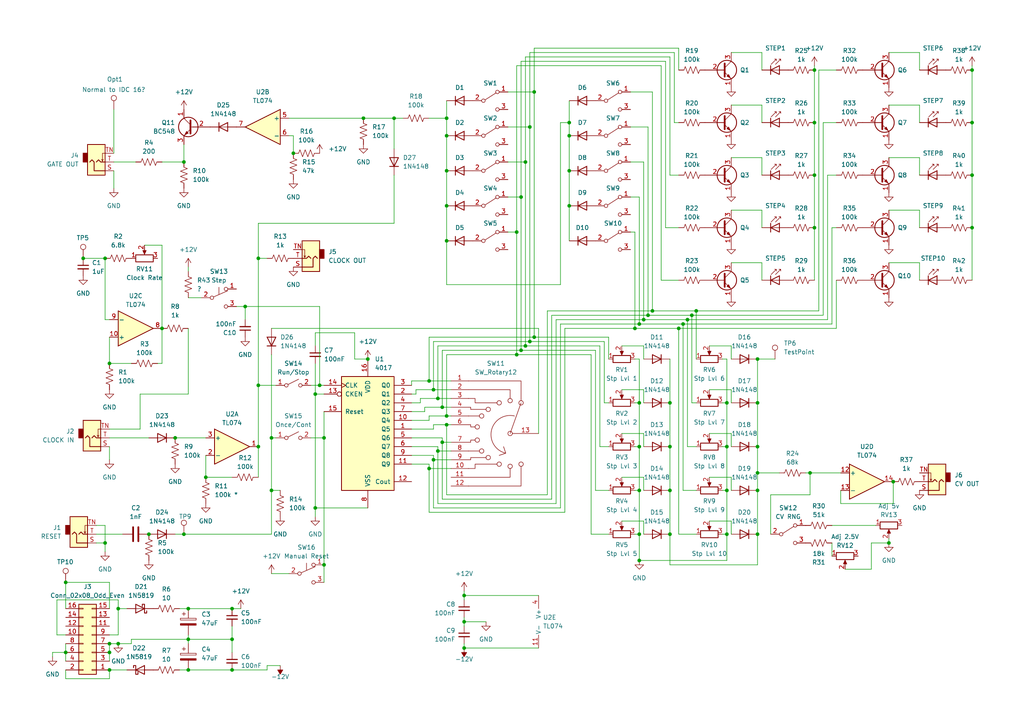
<source format=kicad_sch>
(kicad_sch (version 20230121) (generator eeschema)

  (uuid 0183ccee-e064-4ef2-a2e7-6b862e9a0382)

  (paper "A4")

  (title_block
    (comment 1 "Q1 to Q10: 2N3904")
  )

  

  (junction (at 281.94 50.8) (diameter 0) (color 0 0 0 0)
    (uuid 0211d544-1e17-4197-bfc3-58dc85267c66)
  )
  (junction (at 149.86 67.31) (diameter 0) (color 0 0 0 0)
    (uuid 0465cce1-0c55-4e5e-bfc3-11e867aeab21)
  )
  (junction (at 129.54 49.53) (diameter 0) (color 0 0 0 0)
    (uuid 0545c1d5-8cf3-43fe-a3ad-a3e876cafc05)
  )
  (junction (at 34.29 176.53) (diameter 0) (color 0 0 0 0)
    (uuid 0a591257-640d-4ffa-adc7-e889a7ee0fde)
  )
  (junction (at 129.54 34.29) (diameter 0) (color 0 0 0 0)
    (uuid 0c0b3790-0421-486a-8137-7e20f0a9720a)
  )
  (junction (at 281.94 35.56) (diameter 0) (color 0 0 0 0)
    (uuid 0ced680e-a614-46b6-9c02-57e27c54dbf0)
  )
  (junction (at 281.94 66.04) (diameter 0) (color 0 0 0 0)
    (uuid 17a08b48-4468-48b1-b652-1a9226091f33)
  )
  (junction (at 219.71 142.24) (diameter 0) (color 0 0 0 0)
    (uuid 1f16cde0-4b57-41af-b788-635dc2b5639e)
  )
  (junction (at 236.22 35.56) (diameter 0) (color 0 0 0 0)
    (uuid 227355fa-d7a6-4072-8aa3-0abbe69a4025)
  )
  (junction (at 54.61 176.53) (diameter 0) (color 0 0 0 0)
    (uuid 23560ac4-6a04-4fe2-95b7-7b0574433b4d)
  )
  (junction (at 93.98 127) (diameter 0) (color 0 0 0 0)
    (uuid 2379f15d-3a7b-4815-b161-a5ced43f9ef4)
  )
  (junction (at 125.73 133.35) (diameter 0) (color 0 0 0 0)
    (uuid 243970ad-06bf-40e0-ab8f-0b73c576c33e)
  )
  (junction (at 67.31 185.42) (diameter 0) (color 0 0 0 0)
    (uuid 24d1acb6-aa85-4e90-aa50-a0afb178d1d9)
  )
  (junction (at 124.46 110.49) (diameter 0) (color 0 0 0 0)
    (uuid 25f9db9c-35f9-4190-b6ba-df18593dc48d)
  )
  (junction (at 71.12 88.9) (diameter 0) (color 0 0 0 0)
    (uuid 27a72cee-be8e-4be9-85c8-4280ca282855)
  )
  (junction (at 236.22 50.8) (diameter 0) (color 0 0 0 0)
    (uuid 27b12a3d-fc5a-4f67-bd83-56d31d51b180)
  )
  (junction (at 54.61 185.42) (diameter 0) (color 0 0 0 0)
    (uuid 2b005765-75ac-47ee-a7bb-cd240e05a2fa)
  )
  (junction (at 24.13 74.93) (diameter 0) (color 0 0 0 0)
    (uuid 2dce7a4b-1c5a-4813-aba0-39f6d36164f7)
  )
  (junction (at 199.39 92.71) (diameter 0) (color 0 0 0 0)
    (uuid 2e509ea9-b64b-4ea9-b9e3-4f10ec42dc2e)
  )
  (junction (at 127 130.81) (diameter 0) (color 0 0 0 0)
    (uuid 2ef0f0c0-3f06-4fde-932c-329f56d84330)
  )
  (junction (at 67.31 176.53) (diameter 0) (color 0 0 0 0)
    (uuid 328b6499-1f0d-416a-9255-4e1b504fc981)
  )
  (junction (at 53.34 46.99) (diameter 0) (color 0 0 0 0)
    (uuid 348b3e34-04ce-4867-81bc-8c93cc3e8315)
  )
  (junction (at 129.54 39.37) (diameter 0) (color 0 0 0 0)
    (uuid 34b8eedc-b845-4084-b8da-79a4a24a1d53)
  )
  (junction (at 74.93 74.93) (diameter 0) (color 0 0 0 0)
    (uuid 37199617-1e06-41ed-9a83-a6fa08611267)
  )
  (junction (at 85.09 44.45) (diameter 0) (color 0 0 0 0)
    (uuid 39613a84-4eb6-4dee-b06b-ae21ca83129e)
  )
  (junction (at 236.22 66.04) (diameter 0) (color 0 0 0 0)
    (uuid 39e65da6-711b-459b-a9f6-81804f9f4e00)
  )
  (junction (at 128.27 118.11) (diameter 0) (color 0 0 0 0)
    (uuid 3d73a6ed-17e5-4c73-bc9a-09526864cefc)
  )
  (junction (at 50.8 127) (diameter 0) (color 0 0 0 0)
    (uuid 3daab3d6-4668-430b-808e-a69794153e52)
  )
  (junction (at 194.31 142.24) (diameter 0) (color 0 0 0 0)
    (uuid 43486642-a052-4f5a-9f32-2a67b59c5169)
  )
  (junction (at 198.12 93.98) (diameter 0) (color 0 0 0 0)
    (uuid 45b4ed2b-52ba-457f-85be-8cc02165fb7f)
  )
  (junction (at 153.67 36.83) (diameter 0) (color 0 0 0 0)
    (uuid 4dd04eae-1014-4637-a729-d8c9408abe82)
  )
  (junction (at 186.69 92.71) (diameter 0) (color 0 0 0 0)
    (uuid 5426ba63-7d2c-4ee4-b8fd-11181f84f9bb)
  )
  (junction (at 154.94 26.67) (diameter 0) (color 0 0 0 0)
    (uuid 548f195c-7974-44b9-95c1-33a597aec1ff)
  )
  (junction (at 165.1 35.56) (diameter 0) (color 0 0 0 0)
    (uuid 594ccd6a-277f-436b-b45a-308cf613e11d)
  )
  (junction (at 31.75 194.31) (diameter 0) (color 0 0 0 0)
    (uuid 59d80ebf-c408-46df-99f6-8225dd2d451e)
  )
  (junction (at 124.46 135.89) (diameter 0) (color 0 0 0 0)
    (uuid 5e305826-ca3d-4372-9792-f8ca6299da54)
  )
  (junction (at 19.05 189.23) (diameter 0) (color 0 0 0 0)
    (uuid 5e43a13b-7929-4de6-aa7b-c3e0fe9c554a)
  )
  (junction (at 185.42 142.24) (diameter 0) (color 0 0 0 0)
    (uuid 60c1c77e-4032-470f-8a23-f8342dbf262c)
  )
  (junction (at 74.93 129.54) (diameter 0) (color 0 0 0 0)
    (uuid 6121eb66-36ad-41d0-a0af-a0a8c6f542e4)
  )
  (junction (at 34.29 186.69) (diameter 0) (color 0 0 0 0)
    (uuid 63363223-f9a6-41c9-b80e-3a5e16de1dd2)
  )
  (junction (at 127 115.57) (diameter 0) (color 0 0 0 0)
    (uuid 6a65650d-dc31-49f2-a3b8-5d2c23678ff0)
  )
  (junction (at 185.42 116.84) (diameter 0) (color 0 0 0 0)
    (uuid 6a96f4d9-2eff-4ad9-8b68-b10977ad03e2)
  )
  (junction (at 30.48 157.48) (diameter 0) (color 0 0 0 0)
    (uuid 6c5891f7-a9ad-43e1-9816-a6e6f077477e)
  )
  (junction (at 19.05 168.91) (diameter 0) (color 0 0 0 0)
    (uuid 700a5014-b2d4-49b2-bf9b-993a1e71f72d)
  )
  (junction (at 54.61 194.31) (diameter 0) (color 0 0 0 0)
    (uuid 7146ce59-799a-4319-a087-4fa3e22e95df)
  )
  (junction (at 154.94 97.79) (diameter 0) (color 0 0 0 0)
    (uuid 72945729-1443-4cb8-84f1-ee93212df22a)
  )
  (junction (at 78.74 142.24) (diameter 0) (color 0 0 0 0)
    (uuid 72bde15e-7f30-4f91-9d8c-f253d2c703ef)
  )
  (junction (at 59.69 138.43) (diameter 0) (color 0 0 0 0)
    (uuid 738d5e84-0fa9-4738-b1e2-88eedffdd644)
  )
  (junction (at 165.1 39.37) (diameter 0) (color 0 0 0 0)
    (uuid 74f40097-a6e6-4cd1-9ccf-17e90c36eefd)
  )
  (junction (at 129.54 123.19) (diameter 0) (color 0 0 0 0)
    (uuid 75b532e8-75cf-4dc5-8f66-449458494937)
  )
  (junction (at 210.82 116.84) (diameter 0) (color 0 0 0 0)
    (uuid 76579407-00b3-41f5-bf45-e2c42d2c144c)
  )
  (junction (at 194.31 129.54) (diameter 0) (color 0 0 0 0)
    (uuid 7683bb13-bd13-4b8f-b12b-18d4b994597f)
  )
  (junction (at 31.75 189.23) (diameter 0) (color 0 0 0 0)
    (uuid 796cdd9b-9f6f-4fba-a060-e83d39453b75)
  )
  (junction (at 187.96 91.44) (diameter 0) (color 0 0 0 0)
    (uuid 7e971751-0d42-4570-afba-ef0a997a7069)
  )
  (junction (at 153.67 99.06) (diameter 0) (color 0 0 0 0)
    (uuid 7f729421-7eed-4e31-a539-f997ee58b99d)
  )
  (junction (at 92.71 111.76) (diameter 0) (color 0 0 0 0)
    (uuid 80c200f7-ec71-498e-9a08-93411379675a)
  )
  (junction (at 236.22 20.32) (diameter 0) (color 0 0 0 0)
    (uuid 82452d3f-d074-4f2c-83fa-229fcd76ec94)
  )
  (junction (at 106.68 104.14) (diameter 0) (color 0 0 0 0)
    (uuid 83479bc7-aa90-4b28-97eb-c06f57bf35df)
  )
  (junction (at 152.4 100.33) (diameter 0) (color 0 0 0 0)
    (uuid 86df2021-402f-4970-898e-8aa4b2f15590)
  )
  (junction (at 165.1 59.69) (diameter 0) (color 0 0 0 0)
    (uuid 874a8d07-e984-440b-b1ae-bdf3b673bdcf)
  )
  (junction (at 234.95 137.16) (diameter 0) (color 0 0 0 0)
    (uuid 885bee7c-df80-4763-b201-d1a4f55d58e0)
  )
  (junction (at 129.54 59.69) (diameter 0) (color 0 0 0 0)
    (uuid 888814b1-d91e-4dc9-9d76-4e5a6aa6b3aa)
  )
  (junction (at 129.54 120.65) (diameter 0) (color 0 0 0 0)
    (uuid 88cc0976-f054-46eb-a7ea-3cb34f2c9164)
  )
  (junction (at 91.44 147.32) (diameter 0) (color 0 0 0 0)
    (uuid 8db38434-381b-460f-a636-cef1f8c4b8bf)
  )
  (junction (at 219.71 154.94) (diameter 0) (color 0 0 0 0)
    (uuid 8ef872ae-231a-46e1-83d2-df835c2295e7)
  )
  (junction (at 257.81 157.48) (diameter 0) (color 0 0 0 0)
    (uuid 912a605f-356f-4a50-bb48-5bda9b060076)
  )
  (junction (at 125.73 113.03) (diameter 0) (color 0 0 0 0)
    (uuid 92d34f5f-b200-45e8-a795-80eb94ab7e2d)
  )
  (junction (at 210.82 129.54) (diameter 0) (color 0 0 0 0)
    (uuid 93ab84c5-510d-4aaf-95b8-adefafcf6278)
  )
  (junction (at 151.13 101.6) (diameter 0) (color 0 0 0 0)
    (uuid 943c81fb-18f7-40c1-8714-86618f2518a7)
  )
  (junction (at 105.41 34.29) (diameter 0) (color 0 0 0 0)
    (uuid 95131708-c900-401c-a293-6581b61c087a)
  )
  (junction (at 43.18 154.94) (diameter 0) (color 0 0 0 0)
    (uuid 96cf0743-7fef-438a-8a7a-8b4af9974211)
  )
  (junction (at 149.86 102.87) (diameter 0) (color 0 0 0 0)
    (uuid 9739852f-ce49-4d41-a13d-fe2e06b579f7)
  )
  (junction (at 31.75 186.69) (diameter 0) (color 0 0 0 0)
    (uuid 99faebab-e1d0-47b6-8d10-147e19486063)
  )
  (junction (at 30.48 74.93) (diameter 0) (color 0 0 0 0)
    (uuid 9e8b19ae-b85c-4ec5-b1ca-1bb1456dc798)
  )
  (junction (at 185.42 162.56) (diameter 0) (color 0 0 0 0)
    (uuid 9edaeedd-6262-4701-84f0-9142488cecab)
  )
  (junction (at 67.31 194.31) (diameter 0) (color 0 0 0 0)
    (uuid a2721ce6-38ac-4407-b0f4-6dbba190869c)
  )
  (junction (at 185.42 154.94) (diameter 0) (color 0 0 0 0)
    (uuid abe011c8-5558-4254-a816-0406d0e7b0b3)
  )
  (junction (at 219.71 137.16) (diameter 0) (color 0 0 0 0)
    (uuid abe5890e-2af4-4553-ab3e-095ec6d5c781)
  )
  (junction (at 128.27 128.27) (diameter 0) (color 0 0 0 0)
    (uuid ac2160fa-73e5-430a-9594-0b50d1a64803)
  )
  (junction (at 53.34 154.94) (diameter 0) (color 0 0 0 0)
    (uuid acb3fc86-c63c-490c-b513-12d064c61dcc)
  )
  (junction (at 134.62 187.96) (diameter 0) (color 0 0 0 0)
    (uuid aff25507-1e65-4474-a43b-91d9baa522f3)
  )
  (junction (at 91.44 114.3) (diameter 0) (color 0 0 0 0)
    (uuid b1309ddc-e386-4d74-adf2-f6660eabad6e)
  )
  (junction (at 219.71 116.84) (diameter 0) (color 0 0 0 0)
    (uuid b35f0117-4ffc-4845-b6b1-4d3147eed72c)
  )
  (junction (at 184.15 95.25) (diameter 0) (color 0 0 0 0)
    (uuid b8576f5f-2772-4b74-b39d-7847b107325d)
  )
  (junction (at 185.42 129.54) (diameter 0) (color 0 0 0 0)
    (uuid bb80d8f2-7154-457f-85b3-bc34b36cfd9a)
  )
  (junction (at 189.23 90.17) (diameter 0) (color 0 0 0 0)
    (uuid bb941622-cfc5-4edb-bafc-62d4e15593f7)
  )
  (junction (at 134.62 180.34) (diameter 0) (color 0 0 0 0)
    (uuid bd5ebfab-6287-40dc-9355-e9ecb5282670)
  )
  (junction (at 201.93 90.17) (diameter 0) (color 0 0 0 0)
    (uuid be6f49a9-b3c1-4412-abbb-a84f39d641fe)
  )
  (junction (at 74.93 111.76) (diameter 0) (color 0 0 0 0)
    (uuid bfae36b2-254c-4ae8-8e2c-715c727f313c)
  )
  (junction (at 114.3 34.29) (diameter 0) (color 0 0 0 0)
    (uuid c1f20c97-8c3a-4c1f-b8ae-a285e0df19fd)
  )
  (junction (at 210.82 154.94) (diameter 0) (color 0 0 0 0)
    (uuid c2fc902b-602f-47d9-96cb-eb99ca5a6a39)
  )
  (junction (at 194.31 154.94) (diameter 0) (color 0 0 0 0)
    (uuid c7949983-f3dc-40fa-826a-06f40ff209d1)
  )
  (junction (at 152.4 46.99) (diameter 0) (color 0 0 0 0)
    (uuid c90d8809-a404-4ab4-9eea-7bd1f9750f50)
  )
  (junction (at 165.1 49.53) (diameter 0) (color 0 0 0 0)
    (uuid cb335e6f-70fe-4777-9d79-8ea287b6f1ab)
  )
  (junction (at 281.94 20.32) (diameter 0) (color 0 0 0 0)
    (uuid cc440dd8-088f-4a79-a9df-c4c7b998317a)
  )
  (junction (at 185.42 93.98) (diameter 0) (color 0 0 0 0)
    (uuid d5c55b79-3ce6-46d6-a46b-7cffcbedde96)
  )
  (junction (at 259.08 139.7) (diameter 0) (color 0 0 0 0)
    (uuid d6423517-9ed2-4c3e-ab2a-0a3f27651aed)
  )
  (junction (at 78.74 127) (diameter 0) (color 0 0 0 0)
    (uuid d8c5b40b-9add-4484-90e1-9f0a2b222741)
  )
  (junction (at 134.62 172.72) (diameter 0) (color 0 0 0 0)
    (uuid de4c6abb-ceb2-4068-902d-71b4c5be9802)
  )
  (junction (at 210.82 142.24) (diameter 0) (color 0 0 0 0)
    (uuid de92055b-94d8-458f-b5f7-26d15e69b738)
  )
  (junction (at 93.98 163.83) (diameter 0) (color 0 0 0 0)
    (uuid e04ad313-05d2-43cb-8347-6174acef27bc)
  )
  (junction (at 200.66 91.44) (diameter 0) (color 0 0 0 0)
    (uuid e1e0bfb4-2363-4f13-a3a1-bed4c373c460)
  )
  (junction (at 196.85 95.25) (diameter 0) (color 0 0 0 0)
    (uuid e31e5427-5632-4afa-accd-436a19fc6db7)
  )
  (junction (at 46.99 95.25) (diameter 0) (color 0 0 0 0)
    (uuid e6647efc-c800-4a38-8dc9-53bcbaf0134c)
  )
  (junction (at 151.13 57.15) (diameter 0) (color 0 0 0 0)
    (uuid ea03f2e3-a822-4b71-b29d-4a8d404d561c)
  )
  (junction (at 31.75 105.41) (diameter 0) (color 0 0 0 0)
    (uuid f1c88a5e-c404-4e78-9e53-75e54c52322e)
  )
  (junction (at 219.71 129.54) (diameter 0) (color 0 0 0 0)
    (uuid f40ab3cd-d74f-4ed5-9a0f-10ed44cbe68c)
  )
  (junction (at 219.71 104.14) (diameter 0) (color 0 0 0 0)
    (uuid f67fb7de-8cf8-4f44-8467-98d93aadaf48)
  )
  (junction (at 194.31 116.84) (diameter 0) (color 0 0 0 0)
    (uuid f7bd8324-ce99-43ed-9828-097d6b2d30b7)
  )
  (junction (at 129.54 69.85) (diameter 0) (color 0 0 0 0)
    (uuid fe8c19c2-044d-47df-8ae9-943c7eedb79f)
  )

  (wire (pts (xy 266.7 15.24) (xy 266.7 20.32))
    (stroke (width 0) (type default))
    (uuid 00c16e64-cf00-4334-acbc-55381a0d48ab)
  )
  (wire (pts (xy 31.75 168.91) (xy 19.05 168.91))
    (stroke (width 0) (type default))
    (uuid 030e737b-7dd4-48cd-83e8-cf50a87ec4fe)
  )
  (wire (pts (xy 129.54 102.87) (xy 129.54 120.65))
    (stroke (width 0) (type default))
    (uuid 040c08b7-8619-4363-b0c0-a3c89b9fe9fa)
  )
  (wire (pts (xy 220.98 60.96) (xy 220.98 66.04))
    (stroke (width 0) (type default))
    (uuid 04d5d949-d504-41df-a482-2f952cf84e9a)
  )
  (wire (pts (xy 266.7 76.2) (xy 266.7 81.28))
    (stroke (width 0) (type default))
    (uuid 063e9571-37e4-4ce1-82ca-e468fac0a01e)
  )
  (wire (pts (xy 187.96 91.44) (xy 200.66 91.44))
    (stroke (width 0) (type default))
    (uuid 06808c9b-5ce6-4545-93f7-a67567da4bdd)
  )
  (wire (pts (xy 212.09 138.43) (xy 205.74 138.43))
    (stroke (width 0) (type default))
    (uuid 06f0abdf-8e14-4d93-a747-a90bbceed4e0)
  )
  (wire (pts (xy 31.75 124.46) (xy 40.64 124.46))
    (stroke (width 0) (type default))
    (uuid 07ea6678-fbbf-47fc-b043-37e10a4165db)
  )
  (wire (pts (xy 83.82 34.29) (xy 105.41 34.29))
    (stroke (width 0) (type default))
    (uuid 09117d6b-3ba7-4e9f-8d71-199bb4d321a3)
  )
  (wire (pts (xy 180.34 100.33) (xy 186.69 100.33))
    (stroke (width 0) (type default))
    (uuid 098a8db1-4e79-4cc7-b7d3-c7f052fd7d67)
  )
  (wire (pts (xy 198.12 93.98) (xy 241.3 93.98))
    (stroke (width 0) (type default))
    (uuid 0a5ed7fc-5587-4386-a068-e4b9607492f9)
  )
  (wire (pts (xy 163.83 148.59) (xy 163.83 95.25))
    (stroke (width 0) (type default))
    (uuid 0b07f73d-2d6d-40ad-8fbc-b56d2762406b)
  )
  (wire (pts (xy 175.26 116.84) (xy 176.53 116.84))
    (stroke (width 0) (type default))
    (uuid 0d2cbd8f-e182-485f-b0aa-0bcb88313e0d)
  )
  (wire (pts (xy 149.86 67.31) (xy 149.86 102.87))
    (stroke (width 0) (type default))
    (uuid 0f1734ee-cd02-4d41-9fbf-6617974ac5d4)
  )
  (wire (pts (xy 209.55 154.94) (xy 210.82 154.94))
    (stroke (width 0) (type default))
    (uuid 0f5f0a99-a8e0-4a22-b15e-cb5611f26383)
  )
  (wire (pts (xy 71.12 88.9) (xy 71.12 92.71))
    (stroke (width 0) (type default))
    (uuid 0f8c8f4a-8fdb-4b06-8802-5f897d0b1b76)
  )
  (wire (pts (xy 31.75 194.31) (xy 36.83 194.31))
    (stroke (width 0) (type default))
    (uuid 0f8dd740-fdcc-4317-89c4-b9db47e391af)
  )
  (wire (pts (xy 223.52 154.94) (xy 223.52 143.51))
    (stroke (width 0) (type default))
    (uuid 106d3330-79e1-485c-b84b-fb3a48f7c730)
  )
  (wire (pts (xy 219.71 137.16) (xy 219.71 142.24))
    (stroke (width 0) (type default))
    (uuid 112fb9a1-91f9-4e58-8def-78debf9a7be2)
  )
  (wire (pts (xy 119.38 121.92) (xy 124.46 121.92))
    (stroke (width 0) (type default))
    (uuid 13046eb0-59a1-4cbe-9e1c-0df6525dae05)
  )
  (wire (pts (xy 194.31 104.14) (xy 194.31 116.84))
    (stroke (width 0) (type default))
    (uuid 1361fa46-9c97-4e5b-9ce3-a8e351407360)
  )
  (wire (pts (xy 185.42 116.84) (xy 185.42 129.54))
    (stroke (width 0) (type default))
    (uuid 1440e432-df35-4bee-8b14-a2c1edd8f1a7)
  )
  (wire (pts (xy 78.74 142.24) (xy 78.74 154.94))
    (stroke (width 0) (type default))
    (uuid 14c60ed3-1586-4b8e-a46b-49661afa71ae)
  )
  (wire (pts (xy 196.85 81.28) (xy 191.77 81.28))
    (stroke (width 0) (type default))
    (uuid 15ec230e-505a-4acc-82a6-0e51e2ff84c6)
  )
  (wire (pts (xy 124.46 34.29) (xy 129.54 34.29))
    (stroke (width 0) (type default))
    (uuid 15fd1e2e-ac21-49cc-919f-07972f8bf5dc)
  )
  (wire (pts (xy 27.94 152.4) (xy 30.48 152.4))
    (stroke (width 0) (type default))
    (uuid 1620e74a-1532-4bab-a6a0-7c4403010311)
  )
  (wire (pts (xy 92.71 88.9) (xy 92.71 111.76))
    (stroke (width 0) (type default))
    (uuid 171dd10b-ba95-4467-b897-baa346062151)
  )
  (wire (pts (xy 220.98 76.2) (xy 220.98 81.28))
    (stroke (width 0) (type default))
    (uuid 17a13294-042c-43c9-8ded-148b1e9d71f7)
  )
  (wire (pts (xy 46.99 71.12) (xy 46.99 95.25))
    (stroke (width 0) (type default))
    (uuid 18e51b51-6028-4929-b813-8c0f43abe650)
  )
  (wire (pts (xy 194.31 154.94) (xy 194.31 163.83))
    (stroke (width 0) (type default))
    (uuid 1999dcc9-061f-4922-831c-0758fc87d49f)
  )
  (wire (pts (xy 194.31 129.54) (xy 194.31 142.24))
    (stroke (width 0) (type default))
    (uuid 1a800bfd-a0ca-4bb2-9a47-5fcf6236fee7)
  )
  (wire (pts (xy 24.13 74.93) (xy 30.48 74.93))
    (stroke (width 0) (type default))
    (uuid 1b61b2be-e523-4af5-b41e-835c62fcc0ec)
  )
  (wire (pts (xy 184.15 142.24) (xy 185.42 142.24))
    (stroke (width 0) (type default))
    (uuid 1c5145b4-2577-4032-a680-0c675a556095)
  )
  (wire (pts (xy 171.45 102.87) (xy 171.45 154.94))
    (stroke (width 0) (type default))
    (uuid 1cdf5679-3d77-4ae5-90df-15c79204965e)
  )
  (wire (pts (xy 78.74 102.87) (xy 78.74 127))
    (stroke (width 0) (type default))
    (uuid 1dadf322-4255-4fff-b6c4-24b903584ebc)
  )
  (wire (pts (xy 128.27 128.27) (xy 128.27 144.78))
    (stroke (width 0) (type default))
    (uuid 1f5fb3d2-62bc-425b-aacc-eff4b3355b08)
  )
  (wire (pts (xy 212.09 113.03) (xy 205.74 113.03))
    (stroke (width 0) (type default))
    (uuid 2018ae83-008c-480e-8524-19a305e3dc7a)
  )
  (wire (pts (xy 205.74 100.33) (xy 212.09 100.33))
    (stroke (width 0) (type default))
    (uuid 2103bc5c-5a9a-4fb5-8d2b-abab57fcedd8)
  )
  (wire (pts (xy 212.09 60.96) (xy 220.98 60.96))
    (stroke (width 0) (type default))
    (uuid 2142e024-aecd-49ce-bac7-fc724e41183e)
  )
  (wire (pts (xy 153.67 36.83) (xy 153.67 99.06))
    (stroke (width 0) (type default))
    (uuid 21ae1422-9ebc-437c-98fd-8cdbba2308f9)
  )
  (wire (pts (xy 125.73 124.46) (xy 125.73 123.19))
    (stroke (width 0) (type default))
    (uuid 22b29138-8d4c-4cf4-b892-8f82fd36b4be)
  )
  (wire (pts (xy 189.23 26.67) (xy 189.23 90.17))
    (stroke (width 0) (type default))
    (uuid 2332c493-abf4-434c-9cd9-6c2a7f84f621)
  )
  (wire (pts (xy 234.95 137.16) (xy 243.84 137.16))
    (stroke (width 0) (type default))
    (uuid 234e793e-5dcd-4dcf-a459-9fc855f82151)
  )
  (wire (pts (xy 114.3 34.29) (xy 116.84 34.29))
    (stroke (width 0) (type default))
    (uuid 2368f055-684a-4786-8700-0613b773379a)
  )
  (wire (pts (xy 123.19 119.38) (xy 123.19 118.11))
    (stroke (width 0) (type default))
    (uuid 2402964b-e1a0-4e4f-88a2-3fcfd0f241e9)
  )
  (wire (pts (xy 129.54 39.37) (xy 129.54 49.53))
    (stroke (width 0) (type default))
    (uuid 25d7964b-e992-445e-b449-f1fd33f6520d)
  )
  (wire (pts (xy 130.81 130.81) (xy 127 130.81))
    (stroke (width 0) (type default))
    (uuid 25f1a8c9-4ddc-4b07-8058-473337c0d386)
  )
  (wire (pts (xy 121.92 116.84) (xy 121.92 115.57))
    (stroke (width 0) (type default))
    (uuid 2617168f-357c-465d-8a7c-f0f085ebe093)
  )
  (wire (pts (xy 152.4 16.51) (xy 152.4 46.99))
    (stroke (width 0) (type default))
    (uuid 2669e2c1-d335-421d-acc7-c7d0e94f8927)
  )
  (wire (pts (xy 193.04 17.78) (xy 151.13 17.78))
    (stroke (width 0) (type default))
    (uuid 268ae26d-f9f5-41e2-87bd-9c52ffca2778)
  )
  (wire (pts (xy 186.69 46.99) (xy 186.69 92.71))
    (stroke (width 0) (type default))
    (uuid 268eebfc-73cd-48c7-8953-59b12b088368)
  )
  (wire (pts (xy 172.72 101.6) (xy 172.72 142.24))
    (stroke (width 0) (type default))
    (uuid 26adc095-0dbe-49ad-bfc5-d5a3d0284ac5)
  )
  (wire (pts (xy 241.3 152.4) (xy 254 152.4))
    (stroke (width 0) (type default))
    (uuid 26f6eb3f-897c-49ad-bd37-23370e7adbac)
  )
  (wire (pts (xy 34.29 173.99) (xy 34.29 176.53))
    (stroke (width 0) (type default))
    (uuid 274e1a15-558c-455d-8481-5dcf1d901791)
  )
  (wire (pts (xy 31.75 186.69) (xy 34.29 186.69))
    (stroke (width 0) (type default))
    (uuid 28a6d574-2dfb-4694-960a-8299a295dd90)
  )
  (wire (pts (xy 212.09 15.24) (xy 220.98 15.24))
    (stroke (width 0) (type default))
    (uuid 28ff35d7-0b0a-41d5-8ae1-1afd59c15233)
  )
  (wire (pts (xy 134.62 187.96) (xy 156.21 187.96))
    (stroke (width 0) (type default))
    (uuid 29f063d7-5514-418f-9065-2f126a991b6a)
  )
  (wire (pts (xy 124.46 134.62) (xy 124.46 135.89))
    (stroke (width 0) (type default))
    (uuid 2a49ec9d-2e95-484e-a388-0cd3d1738668)
  )
  (wire (pts (xy 266.7 30.48) (xy 266.7 35.56))
    (stroke (width 0) (type default))
    (uuid 2c4d4887-1b89-421a-9a17-303e4b6b6e04)
  )
  (wire (pts (xy 180.34 151.13) (xy 186.69 151.13))
    (stroke (width 0) (type default))
    (uuid 2c4f2eee-d157-48cc-a535-33eab9259d53)
  )
  (wire (pts (xy 124.46 135.89) (xy 124.46 148.59))
    (stroke (width 0) (type default))
    (uuid 2cf0a9b6-feb9-4df6-b6bc-12a2eeff6cbf)
  )
  (wire (pts (xy 219.71 142.24) (xy 219.71 154.94))
    (stroke (width 0) (type default))
    (uuid 2de11bca-c98c-4cfb-88f1-7f9c6ba044db)
  )
  (wire (pts (xy 257.81 60.96) (xy 266.7 60.96))
    (stroke (width 0) (type default))
    (uuid 2de13f4b-5e00-4f98-9c6d-73d97ede169a)
  )
  (wire (pts (xy 163.83 95.25) (xy 184.15 95.25))
    (stroke (width 0) (type default))
    (uuid 2e64a10f-7be9-4734-ae88-875592d947d4)
  )
  (wire (pts (xy 128.27 101.6) (xy 151.13 101.6))
    (stroke (width 0) (type default))
    (uuid 2eb43f0c-296b-4ca8-9545-f068d06b7003)
  )
  (wire (pts (xy 16.51 173.99) (xy 34.29 173.99))
    (stroke (width 0) (type default))
    (uuid 2f8d7545-fa11-4358-b041-1919a39a1c35)
  )
  (wire (pts (xy 125.73 113.03) (xy 130.81 113.03))
    (stroke (width 0) (type default))
    (uuid 30a3960d-d60b-4226-82f3-24bedc3a5cdc)
  )
  (wire (pts (xy 33.02 31.75) (xy 33.02 44.45))
    (stroke (width 0) (type default))
    (uuid 3239b486-4c3a-4d0d-9fe1-b79467e904e8)
  )
  (wire (pts (xy 50.8 127) (xy 59.69 127))
    (stroke (width 0) (type default))
    (uuid 32d6076f-41bf-4c92-b2ef-ba362090bf95)
  )
  (wire (pts (xy 129.54 29.21) (xy 129.54 34.29))
    (stroke (width 0) (type default))
    (uuid 33eb3768-60ce-4c6b-b7d2-d14726d0b3a4)
  )
  (wire (pts (xy 31.75 92.71) (xy 30.48 92.71))
    (stroke (width 0) (type default))
    (uuid 346a2329-0139-448c-adbc-5c52f0e0b300)
  )
  (wire (pts (xy 257.81 156.21) (xy 257.81 157.48))
    (stroke (width 0) (type default))
    (uuid 34786f5b-90e8-42ff-a423-ab08e39c1f79)
  )
  (wire (pts (xy 52.07 176.53) (xy 54.61 176.53))
    (stroke (width 0) (type default))
    (uuid 3493aaa3-a485-4eb4-8482-70eb607ff9f2)
  )
  (wire (pts (xy 219.71 104.14) (xy 219.71 116.84))
    (stroke (width 0) (type default))
    (uuid 34987e7d-1211-4776-bf45-b8d8a02b0058)
  )
  (wire (pts (xy 238.76 35.56) (xy 242.57 35.56))
    (stroke (width 0) (type default))
    (uuid 3540ec8d-5eb3-4afc-936e-37011f7ace91)
  )
  (wire (pts (xy 119.38 124.46) (xy 125.73 124.46))
    (stroke (width 0) (type default))
    (uuid 35780220-eafc-4d41-b61b-81d82b175070)
  )
  (wire (pts (xy 173.99 100.33) (xy 173.99 129.54))
    (stroke (width 0) (type default))
    (uuid 3692ac6e-af22-4564-936d-af8fe0da8f6a)
  )
  (wire (pts (xy 67.31 185.42) (xy 67.31 189.23))
    (stroke (width 0) (type default))
    (uuid 36b60918-131f-4685-b6c3-c67275af1c29)
  )
  (wire (pts (xy 53.34 154.94) (xy 78.74 154.94))
    (stroke (width 0) (type default))
    (uuid 373d3a34-f28f-492f-9664-85fc29426925)
  )
  (wire (pts (xy 129.54 69.85) (xy 129.54 82.55))
    (stroke (width 0) (type default))
    (uuid 37b2b507-632c-4bdf-a7b7-eb8f6a7db69b)
  )
  (wire (pts (xy 185.42 154.94) (xy 184.15 154.94))
    (stroke (width 0) (type default))
    (uuid 37ba68b3-a9a5-4022-8315-9f3a13dbe4c8)
  )
  (wire (pts (xy 149.86 19.05) (xy 149.86 67.31))
    (stroke (width 0) (type default))
    (uuid 3827a44f-0207-4017-904e-4ea8d42ac09d)
  )
  (wire (pts (xy 219.71 137.16) (xy 226.06 137.16))
    (stroke (width 0) (type default))
    (uuid 3a4ba8df-6f5a-494a-9e99-729d89e97c70)
  )
  (wire (pts (xy 34.29 176.53) (xy 34.29 184.15))
    (stroke (width 0) (type default))
    (uuid 3a841f4a-12a3-455a-8f61-14878e0ec4b2)
  )
  (wire (pts (xy 220.98 45.72) (xy 220.98 50.8))
    (stroke (width 0) (type default))
    (uuid 3aa2979d-9cbd-4563-91b0-5014ec806b14)
  )
  (wire (pts (xy 119.38 119.38) (xy 123.19 119.38))
    (stroke (width 0) (type default))
    (uuid 3b0b5ce1-a5ca-4213-87cc-53d867781a86)
  )
  (wire (pts (xy 182.88 67.31) (xy 184.15 67.31))
    (stroke (width 0) (type default))
    (uuid 3b9de29c-306c-4ecc-b6b0-a788d4749c36)
  )
  (wire (pts (xy 74.93 74.93) (xy 74.93 111.76))
    (stroke (width 0) (type default))
    (uuid 3ba0656e-045a-4767-9a26-eb84c5a9d952)
  )
  (wire (pts (xy 90.17 127) (xy 93.98 127))
    (stroke (width 0) (type default))
    (uuid 3c852b6c-7211-4643-9504-81381dffe675)
  )
  (wire (pts (xy 242.57 50.8) (xy 240.03 50.8))
    (stroke (width 0) (type default))
    (uuid 3d64a7f4-4198-40b9-b2a4-11d17061f755)
  )
  (wire (pts (xy 59.69 132.08) (xy 59.69 138.43))
    (stroke (width 0) (type default))
    (uuid 3e4827ad-eb8c-4ceb-b8ba-3ce0c2a0074d)
  )
  (wire (pts (xy 124.46 110.49) (xy 130.81 110.49))
    (stroke (width 0) (type default))
    (uuid 3f4631b9-44bb-48e0-bc9a-f18c0cf5b829)
  )
  (wire (pts (xy 191.77 81.28) (xy 191.77 19.05))
    (stroke (width 0) (type default))
    (uuid 4044bfc9-09e9-4200-916c-7bb30e521f63)
  )
  (wire (pts (xy 196.85 95.25) (xy 242.57 95.25))
    (stroke (width 0) (type default))
    (uuid 40963da9-31e9-4454-a2a3-cd8b916d157a)
  )
  (wire (pts (xy 93.98 114.3) (xy 91.44 114.3))
    (stroke (width 0) (type default))
    (uuid 40981465-d150-4c37-8461-01b26a6b21e5)
  )
  (wire (pts (xy 78.74 127) (xy 80.01 127))
    (stroke (width 0) (type default))
    (uuid 40af3ebe-7c97-4674-8ac3-bddf0fe2c41d)
  )
  (wire (pts (xy 196.85 66.04) (xy 193.04 66.04))
    (stroke (width 0) (type default))
    (uuid 412c6ed0-e4c6-48ea-8b3d-69a1a7c7eaf4)
  )
  (wire (pts (xy 212.09 125.73) (xy 212.09 129.54))
    (stroke (width 0) (type default))
    (uuid 413e63bf-4764-4edc-b09b-f88504efc4eb)
  )
  (wire (pts (xy 125.73 123.19) (xy 129.54 123.19))
    (stroke (width 0) (type default))
    (uuid 430a99eb-64c2-4da7-b514-d8e8e212168b)
  )
  (wire (pts (xy 185.42 162.56) (xy 210.82 162.56))
    (stroke (width 0) (type default))
    (uuid 430e2a79-226f-4055-9fcb-6206d6c42e22)
  )
  (wire (pts (xy 219.71 104.14) (xy 224.79 104.14))
    (stroke (width 0) (type default))
    (uuid 43c69164-aad2-4393-82e2-5febdf756a6c)
  )
  (wire (pts (xy 162.56 93.98) (xy 185.42 93.98))
    (stroke (width 0) (type default))
    (uuid 4408faaa-f20d-459f-a499-a45221e0dc16)
  )
  (wire (pts (xy 67.31 181.61) (xy 67.31 185.42))
    (stroke (width 0) (type default))
    (uuid 44342498-eedd-4c58-81d0-41b0f8b6d43b)
  )
  (wire (pts (xy 93.98 163.83) (xy 93.98 168.91))
    (stroke (width 0) (type default))
    (uuid 44d02028-fb90-48d0-8d60-1611cd27c360)
  )
  (wire (pts (xy 241.3 93.98) (xy 241.3 66.04))
    (stroke (width 0) (type default))
    (uuid 45343125-769b-4cd5-a878-fe049bccbd2b)
  )
  (wire (pts (xy 156.21 172.72) (xy 134.62 172.72))
    (stroke (width 0) (type default))
    (uuid 46f35bdb-94ba-4ebc-b509-d026c5bd6084)
  )
  (wire (pts (xy 161.29 92.71) (xy 186.69 92.71))
    (stroke (width 0) (type default))
    (uuid 47067c1e-70db-4a94-b83f-e17caccbbb7a)
  )
  (wire (pts (xy 129.54 123.19) (xy 129.54 143.51))
    (stroke (width 0) (type default))
    (uuid 47f6c29c-45d9-4432-8725-fefa94223901)
  )
  (wire (pts (xy 156.21 125.73) (xy 156.21 95.25))
    (stroke (width 0) (type default))
    (uuid 480b3ba3-8568-471a-9b2c-c0c9636b8422)
  )
  (wire (pts (xy 236.22 20.32) (xy 236.22 35.56))
    (stroke (width 0) (type default))
    (uuid 486b0521-e103-431b-a334-a21860a0b007)
  )
  (wire (pts (xy 74.93 111.76) (xy 74.93 129.54))
    (stroke (width 0) (type default))
    (uuid 48799663-5c58-4e42-a427-2bd01e79a77d)
  )
  (wire (pts (xy 184.15 95.25) (xy 196.85 95.25))
    (stroke (width 0) (type default))
    (uuid 4a780850-67d2-4f3d-9494-3a61509e1004)
  )
  (wire (pts (xy 53.34 41.91) (xy 53.34 46.99))
    (stroke (width 0) (type default))
    (uuid 4aa54a5e-12c8-4989-96a3-bc80af389261)
  )
  (wire (pts (xy 134.62 172.72) (xy 134.62 173.99))
    (stroke (width 0) (type default))
    (uuid 4b10eaa4-1c5e-4289-96f5-133ff1ccfbea)
  )
  (wire (pts (xy 233.68 137.16) (xy 234.95 137.16))
    (stroke (width 0) (type default))
    (uuid 4b306af8-d7fb-4dc5-9479-2af405f744cd)
  )
  (wire (pts (xy 78.74 142.24) (xy 81.28 142.24))
    (stroke (width 0) (type default))
    (uuid 4c428999-6456-4319-a459-e0195c607923)
  )
  (wire (pts (xy 209.55 116.84) (xy 210.82 116.84))
    (stroke (width 0) (type default))
    (uuid 4d4a1d61-072f-43f9-9035-157f7524f56a)
  )
  (wire (pts (xy 171.45 154.94) (xy 176.53 154.94))
    (stroke (width 0) (type default))
    (uuid 4dd44334-a207-4e5c-ab36-94361a2e0c6c)
  )
  (wire (pts (xy 34.29 176.53) (xy 36.83 176.53))
    (stroke (width 0) (type default))
    (uuid 4e75c645-d002-4841-b473-8383194bc810)
  )
  (wire (pts (xy 184.15 67.31) (xy 184.15 95.25))
    (stroke (width 0) (type default))
    (uuid 5053c081-4f49-476b-90a5-a9ea039143fd)
  )
  (wire (pts (xy 106.68 147.32) (xy 91.44 147.32))
    (stroke (width 0) (type default))
    (uuid 50620f1c-0583-4624-8615-f1299b7e3bde)
  )
  (wire (pts (xy 182.88 26.67) (xy 189.23 26.67))
    (stroke (width 0) (type default))
    (uuid 520dee8a-dfb6-4034-9f3a-50f79c308bbc)
  )
  (wire (pts (xy 195.58 15.24) (xy 153.67 15.24))
    (stroke (width 0) (type default))
    (uuid 5331eb0b-4251-44f6-a4d3-8d4f1574af57)
  )
  (wire (pts (xy 19.05 168.91) (xy 19.05 176.53))
    (stroke (width 0) (type default))
    (uuid 5393aba1-e235-49f4-aa78-815e8e5ac997)
  )
  (wire (pts (xy 124.46 97.79) (xy 154.94 97.79))
    (stroke (width 0) (type default))
    (uuid 5396bb42-62d0-4e40-a5c9-49addd19f259)
  )
  (wire (pts (xy 185.42 104.14) (xy 185.42 116.84))
    (stroke (width 0) (type default))
    (uuid 53eb8257-0727-4d61-855a-887a35a68362)
  )
  (wire (pts (xy 201.93 116.84) (xy 200.66 116.84))
    (stroke (width 0) (type default))
    (uuid 5476534f-073d-471d-832e-718c1e9ef94b)
  )
  (wire (pts (xy 219.71 154.94) (xy 219.71 163.83))
    (stroke (width 0) (type default))
    (uuid 54c68f37-55cf-44b8-8cc6-6ea2c5deafd2)
  )
  (wire (pts (xy 119.38 110.49) (xy 124.46 110.49))
    (stroke (width 0) (type default))
    (uuid 54d17e86-300d-4ffe-9a61-0a7325e8a8a0)
  )
  (wire (pts (xy 19.05 194.31) (xy 19.05 196.85))
    (stroke (width 0) (type default))
    (uuid 55e42784-f252-4b1b-bfff-91ae29ddb431)
  )
  (wire (pts (xy 162.56 147.32) (xy 162.56 93.98))
    (stroke (width 0) (type default))
    (uuid 57fbea3c-4fa3-4ddf-95bb-a65ff7d49450)
  )
  (wire (pts (xy 128.27 101.6) (xy 128.27 118.11))
    (stroke (width 0) (type default))
    (uuid 5811348b-e491-4bb6-9703-02cacbefb1fe)
  )
  (wire (pts (xy 147.32 26.67) (xy 154.94 26.67))
    (stroke (width 0) (type default))
    (uuid 5860cc45-e3b8-473f-a614-106b7a4cf3a3)
  )
  (wire (pts (xy 127 115.57) (xy 130.81 115.57))
    (stroke (width 0) (type default))
    (uuid 589525c1-435d-47e5-9b1f-0302cbbcca7e)
  )
  (wire (pts (xy 195.58 35.56) (xy 195.58 15.24))
    (stroke (width 0) (type default))
    (uuid 596efc1a-d8ef-4086-8ce8-e68609822e23)
  )
  (wire (pts (xy 15.24 189.23) (xy 15.24 190.5))
    (stroke (width 0) (type default))
    (uuid 597ad670-0739-49d5-bb81-c5ee6fad2f3c)
  )
  (wire (pts (xy 129.54 120.65) (xy 130.81 120.65))
    (stroke (width 0) (type default))
    (uuid 5a35d2e2-c751-4bf4-9084-d701ca5d420c)
  )
  (wire (pts (xy 245.11 165.1) (xy 252.73 165.1))
    (stroke (width 0) (type default))
    (uuid 5a466bf8-8403-47a9-bb38-80d991757161)
  )
  (wire (pts (xy 165.1 29.21) (xy 165.1 35.56))
    (stroke (width 0) (type default))
    (uuid 5c52b488-7953-4c99-9bba-9a5913763677)
  )
  (wire (pts (xy 199.39 92.71) (xy 240.03 92.71))
    (stroke (width 0) (type default))
    (uuid 5c5f78f3-393e-4d25-b937-a04b234b0ce7)
  )
  (wire (pts (xy 201.93 104.14) (xy 201.93 90.17))
    (stroke (width 0) (type default))
    (uuid 5caf3eb9-4849-49a6-8b4a-3bc32795daf8)
  )
  (wire (pts (xy 201.93 129.54) (xy 199.39 129.54))
    (stroke (width 0) (type default))
    (uuid 600e0fe3-2ba4-4b41-92a9-65cd6252749d)
  )
  (wire (pts (xy 54.61 185.42) (xy 54.61 186.69))
    (stroke (width 0) (type default))
    (uuid 6127fd5b-464c-467e-82d3-ed00bce50d87)
  )
  (wire (pts (xy 160.02 91.44) (xy 187.96 91.44))
    (stroke (width 0) (type default))
    (uuid 61911d05-6cb9-407d-9828-d802958fbb0c)
  )
  (wire (pts (xy 196.85 13.97) (xy 154.94 13.97))
    (stroke (width 0) (type default))
    (uuid 61b4629b-fc66-448d-85b3-0f771f52b46d)
  )
  (wire (pts (xy 129.54 102.87) (xy 149.86 102.87))
    (stroke (width 0) (type default))
    (uuid 626e1966-3001-46a4-9d2a-585e5ef9bb85)
  )
  (wire (pts (xy 53.34 46.99) (xy 46.99 46.99))
    (stroke (width 0) (type default))
    (uuid 6300d023-3aad-4f1f-b7e1-276a6ba5ff8b)
  )
  (wire (pts (xy 129.54 123.19) (xy 130.81 123.19))
    (stroke (width 0) (type default))
    (uuid 631b6451-2a44-4666-875f-7471bf5a8a27)
  )
  (wire (pts (xy 19.05 184.15) (xy 16.51 184.15))
    (stroke (width 0) (type default))
    (uuid 637aea41-1896-493e-9599-fc316ee0dace)
  )
  (wire (pts (xy 128.27 127) (xy 128.27 128.27))
    (stroke (width 0) (type default))
    (uuid 6428d2ed-91e5-4634-82f2-84e0af313fb3)
  )
  (wire (pts (xy 182.88 57.15) (xy 185.42 57.15))
    (stroke (width 0) (type default))
    (uuid 648b5b60-166f-4e51-a8d3-7cfe2fe73ad0)
  )
  (wire (pts (xy 19.05 189.23) (xy 15.24 189.23))
    (stroke (width 0) (type default))
    (uuid 64be9f68-5d7d-414d-a995-e6784f02fed1)
  )
  (wire (pts (xy 234.95 137.16) (xy 234.95 143.51))
    (stroke (width 0) (type default))
    (uuid 64f8a5ab-dcdb-44f3-90cf-bf6342a982e3)
  )
  (wire (pts (xy 186.69 113.03) (xy 180.34 113.03))
    (stroke (width 0) (type default))
    (uuid 652e89c5-72a7-479b-9697-ecff371ddb23)
  )
  (wire (pts (xy 158.75 90.17) (xy 189.23 90.17))
    (stroke (width 0) (type default))
    (uuid 6532addf-8b48-433b-9501-bb493fcc6138)
  )
  (wire (pts (xy 134.62 171.45) (xy 134.62 172.72))
    (stroke (width 0) (type default))
    (uuid 653ccc41-6331-42e9-8c62-b7b9eaacb506)
  )
  (wire (pts (xy 19.05 186.69) (xy 19.05 189.23))
    (stroke (width 0) (type default))
    (uuid 6628a1c2-a78a-4b71-bba2-4e78e6e8b3f1)
  )
  (wire (pts (xy 77.47 193.04) (xy 77.47 194.31))
    (stroke (width 0) (type default))
    (uuid 6722cd08-3a4c-44ac-9790-6e083f3d65fc)
  )
  (wire (pts (xy 160.02 144.78) (xy 160.02 91.44))
    (stroke (width 0) (type default))
    (uuid 6751d0fd-ad6d-41b6-ab4f-423075aa3b12)
  )
  (wire (pts (xy 257.81 45.72) (xy 266.7 45.72))
    (stroke (width 0) (type default))
    (uuid 67f83f89-1f7c-47e1-95e1-a609c0d2f92b)
  )
  (wire (pts (xy 236.22 66.04) (xy 236.22 81.28))
    (stroke (width 0) (type default))
    (uuid 69634c9e-1066-43e2-9294-f044f7b8b49c)
  )
  (wire (pts (xy 31.75 127) (xy 43.18 127))
    (stroke (width 0) (type default))
    (uuid 69896940-cffd-4ed5-a78f-af148a0145bc)
  )
  (wire (pts (xy 165.1 39.37) (xy 165.1 49.53))
    (stroke (width 0) (type default))
    (uuid 69cb461c-e5c9-4a46-9e89-012b87016da6)
  )
  (wire (pts (xy 74.93 64.77) (xy 74.93 74.93))
    (stroke (width 0) (type default))
    (uuid 6a120dac-78bc-48b6-8cb7-621de2b72c4a)
  )
  (wire (pts (xy 200.66 91.44) (xy 238.76 91.44))
    (stroke (width 0) (type default))
    (uuid 6a68080e-c4c0-45e4-99b1-68b59442d5e7)
  )
  (wire (pts (xy 212.09 116.84) (xy 212.09 113.03))
    (stroke (width 0) (type default))
    (uuid 6b5dfb36-70eb-48e4-a6ef-ad12b3ecb00b)
  )
  (wire (pts (xy 124.46 97.79) (xy 124.46 110.49))
    (stroke (width 0) (type default))
    (uuid 6c03fb18-1c03-453c-a691-673c5e8375c3)
  )
  (wire (pts (xy 182.88 46.99) (xy 186.69 46.99))
    (stroke (width 0) (type default))
    (uuid 6c98bae8-d2f3-4bd4-81d0-2775824fea09)
  )
  (wire (pts (xy 236.22 35.56) (xy 236.22 50.8))
    (stroke (width 0) (type default))
    (uuid 6ca0c9b7-15cf-4a38-8421-0cd0f677d45e)
  )
  (wire (pts (xy 242.57 20.32) (xy 237.49 20.32))
    (stroke (width 0) (type default))
    (uuid 6e831aa6-27d6-4c7d-a9a9-abe17317fbf6)
  )
  (wire (pts (xy 165.1 59.69) (xy 165.1 69.85))
    (stroke (width 0) (type default))
    (uuid 718951db-b37c-441a-abfd-e49894963786)
  )
  (wire (pts (xy 210.82 104.14) (xy 210.82 116.84))
    (stroke (width 0) (type default))
    (uuid 71b902f4-d6bb-43f2-b790-bb79747002da)
  )
  (wire (pts (xy 31.75 105.41) (xy 38.1 105.41))
    (stroke (width 0) (type default))
    (uuid 72cb7027-ac90-49a6-b209-0a6600d9ef70)
  )
  (wire (pts (xy 243.84 146.05) (xy 259.08 146.05))
    (stroke (width 0) (type default))
    (uuid 73886e8a-12d7-448e-af53-cddbdfbb16af)
  )
  (wire (pts (xy 127 130.81) (xy 127 129.54))
    (stroke (width 0) (type default))
    (uuid 73dbd52b-376e-4326-8317-acc25a858b88)
  )
  (wire (pts (xy 38.1 185.42) (xy 54.61 185.42))
    (stroke (width 0) (type default))
    (uuid 74d30e74-7c45-4596-840a-82072164409c)
  )
  (wire (pts (xy 125.73 99.06) (xy 125.73 113.03))
    (stroke (width 0) (type default))
    (uuid 75c3f313-36d0-4aa2-aa00-da556bbb21d0)
  )
  (wire (pts (xy 125.73 99.06) (xy 153.67 99.06))
    (stroke (width 0) (type default))
    (uuid 7620a9c7-c51a-41ce-9731-a5e43b302b07)
  )
  (wire (pts (xy 52.07 194.31) (xy 54.61 194.31))
    (stroke (width 0) (type default))
    (uuid 76db6efe-ff8d-474b-9ed6-daba30a99f4f)
  )
  (wire (pts (xy 186.69 116.84) (xy 186.69 113.03))
    (stroke (width 0) (type default))
    (uuid 78095690-3d9b-4195-a4e1-aec9e91a9f17)
  )
  (wire (pts (xy 119.38 111.76) (xy 119.38 110.49))
    (stroke (width 0) (type default))
    (uuid 7bf06076-9362-418a-a33e-e450dbf8035e)
  )
  (wire (pts (xy 281.94 66.04) (xy 281.94 81.28))
    (stroke (width 0) (type default))
    (uuid 7c6d2547-9ab1-4927-bf13-d38acbb8f742)
  )
  (wire (pts (xy 134.62 186.69) (xy 134.62 187.96))
    (stroke (width 0) (type default))
    (uuid 7ccc42cf-71de-4a2e-8dac-b7b3aa321cf9)
  )
  (wire (pts (xy 67.31 176.53) (xy 69.85 176.53))
    (stroke (width 0) (type default))
    (uuid 7d4e76f1-1b69-47a8-bba2-922698f0d362)
  )
  (wire (pts (xy 205.74 125.73) (xy 212.09 125.73))
    (stroke (width 0) (type default))
    (uuid 7db84bf7-4ad8-43be-ba78-38f6b135ff91)
  )
  (wire (pts (xy 238.76 91.44) (xy 238.76 35.56))
    (stroke (width 0) (type default))
    (uuid 7e2d5d8d-862e-4ac4-bcc3-d75056c9da90)
  )
  (wire (pts (xy 16.51 184.15) (xy 16.51 173.99))
    (stroke (width 0) (type default))
    (uuid 7fc58633-3df8-4fc7-a577-177628cb8ada)
  )
  (wire (pts (xy 242.57 81.28) (xy 242.57 95.25))
    (stroke (width 0) (type default))
    (uuid 7ff7ba69-3276-4830-a1e9-657ce3913fd8)
  )
  (wire (pts (xy 120.65 114.3) (xy 120.65 113.03))
    (stroke (width 0) (type default))
    (uuid 807302c0-dacf-435c-8b80-62c2c3bd5d85)
  )
  (wire (pts (xy 212.09 30.48) (xy 220.98 30.48))
    (stroke (width 0) (type default))
    (uuid 81b567de-498a-4885-a5d8-be16245bc1e8)
  )
  (wire (pts (xy 196.85 20.32) (xy 196.85 13.97))
    (stroke (width 0) (type default))
    (uuid 839c6145-4e2d-4492-ba67-ad8280a4a783)
  )
  (wire (pts (xy 105.41 34.29) (xy 114.3 34.29))
    (stroke (width 0) (type default))
    (uuid 83bb4edb-fd95-45dd-86d7-f01057c8d7a6)
  )
  (wire (pts (xy 127 146.05) (xy 161.29 146.05))
    (stroke (width 0) (type default))
    (uuid 83bc888e-5f32-4fd8-be68-0b26cc29f494)
  )
  (wire (pts (xy 67.31 194.31) (xy 77.47 194.31))
    (stroke (width 0) (type default))
    (uuid 85d45e82-3b5c-4f1d-a4a6-e238d5c42177)
  )
  (wire (pts (xy 119.38 134.62) (xy 124.46 134.62))
    (stroke (width 0) (type default))
    (uuid 874226f7-7f34-4131-9df5-828f3582926b)
  )
  (wire (pts (xy 83.82 39.37) (xy 85.09 39.37))
    (stroke (width 0) (type default))
    (uuid 8814008d-d487-468f-812d-1bbeb29b0ce7)
  )
  (wire (pts (xy 91.44 114.3) (xy 91.44 147.32))
    (stroke (width 0) (type default))
    (uuid 888794ac-6b63-4d57-9471-832790ae4c33)
  )
  (wire (pts (xy 31.75 176.53) (xy 31.75 168.91))
    (stroke (width 0) (type default))
    (uuid 88f6c423-b2d3-4dd7-b31e-9704ed41d6ee)
  )
  (wire (pts (xy 114.3 43.18) (xy 114.3 34.29))
    (stroke (width 0) (type default))
    (uuid 8970000a-b166-425d-890c-143e4c758c0b)
  )
  (wire (pts (xy 252.73 157.48) (xy 257.81 157.48))
    (stroke (width 0) (type default))
    (uuid 89952935-90d3-4277-a1cc-bc87bf1395c6)
  )
  (wire (pts (xy 102.87 96.52) (xy 102.87 104.14))
    (stroke (width 0) (type default))
    (uuid 89fddb61-6c2d-4995-bbce-b6e85d61c182)
  )
  (wire (pts (xy 127 100.33) (xy 127 115.57))
    (stroke (width 0) (type default))
    (uuid 8a2d9612-ead7-4932-83c5-00d149def14d)
  )
  (wire (pts (xy 152.4 100.33) (xy 173.99 100.33))
    (stroke (width 0) (type default))
    (uuid 8bc30704-b00d-4a47-b4c3-6574df26f02e)
  )
  (wire (pts (xy 54.61 176.53) (xy 67.31 176.53))
    (stroke (width 0) (type default))
    (uuid 8c5846cc-500f-4611-9a55-443e6e659d92)
  )
  (wire (pts (xy 125.73 133.35) (xy 130.81 133.35))
    (stroke (width 0) (type default))
    (uuid 8dc9ca74-6313-46a5-911e-e3b2abb69a95)
  )
  (wire (pts (xy 281.94 35.56) (xy 281.94 50.8))
    (stroke (width 0) (type default))
    (uuid 8e77c14a-782c-439f-9947-f8d19302f4d1)
  )
  (wire (pts (xy 119.38 114.3) (xy 120.65 114.3))
    (stroke (width 0) (type default))
    (uuid 8e97eb8e-e777-4164-9ce0-14466ba130ff)
  )
  (wire (pts (xy 31.75 196.85) (xy 31.75 194.31))
    (stroke (width 0) (type default))
    (uuid 8f2dec76-b081-4793-95bc-2aa6561fb219)
  )
  (wire (pts (xy 134.62 180.34) (xy 134.62 181.61))
    (stroke (width 0) (type default))
    (uuid 8f4c62e1-b36b-4b00-bee1-4098e15d8782)
  )
  (wire (pts (xy 147.32 67.31) (xy 149.86 67.31))
    (stroke (width 0) (type default))
    (uuid 902cda57-cedf-4cfc-8efa-6aad0708c896)
  )
  (wire (pts (xy 162.56 35.56) (xy 162.56 82.55))
    (stroke (width 0) (type default))
    (uuid 9042ed77-6b3c-4541-8fb7-d4993bd95d25)
  )
  (wire (pts (xy 50.8 154.94) (xy 53.34 154.94))
    (stroke (width 0) (type default))
    (uuid 924523a0-45d9-4be9-b496-fe13e271179a)
  )
  (wire (pts (xy 158.75 90.17) (xy 158.75 143.51))
    (stroke (width 0) (type default))
    (uuid 92cf178c-95ae-4c4b-9e7f-8429db0f82d5)
  )
  (wire (pts (xy 281.94 50.8) (xy 281.94 66.04))
    (stroke (width 0) (type default))
    (uuid 94cc19e9-8894-44e6-a724-16181aaac5cf)
  )
  (wire (pts (xy 162.56 35.56) (xy 165.1 35.56))
    (stroke (width 0) (type default))
    (uuid 955a6d27-d99b-407f-9540-53b8256f99c5)
  )
  (wire (pts (xy 185.42 57.15) (xy 185.42 93.98))
    (stroke (width 0) (type default))
    (uuid 96421acd-1156-4bb7-b502-da20c52cb8d2)
  )
  (wire (pts (xy 123.19 118.11) (xy 128.27 118.11))
    (stroke (width 0) (type default))
    (uuid 96d1feb7-8980-400d-bcbe-6a00092723c4)
  )
  (wire (pts (xy 78.74 127) (xy 78.74 142.24))
    (stroke (width 0) (type default))
    (uuid 98d7e64b-f6a4-4de7-a761-96dd1ecdacf3)
  )
  (wire (pts (xy 173.99 129.54) (xy 176.53 129.54))
    (stroke (width 0) (type default))
    (uuid 994ad4ec-f776-463d-a749-fec98fff1e7a)
  )
  (wire (pts (xy 74.93 74.93) (xy 77.47 74.93))
    (stroke (width 0) (type default))
    (uuid 998195f0-1b31-4251-9c2a-254aa00a76d5)
  )
  (wire (pts (xy 19.05 196.85) (xy 31.75 196.85))
    (stroke (width 0) (type default))
    (uuid 9a4688e3-1bd0-4436-b93f-c3268d55e79f)
  )
  (wire (pts (xy 147.32 36.83) (xy 153.67 36.83))
    (stroke (width 0) (type default))
    (uuid 9a809b29-223d-4604-b80a-14ff2d556a08)
  )
  (wire (pts (xy 194.31 142.24) (xy 194.31 154.94))
    (stroke (width 0) (type default))
    (uuid 9ad83ee5-90a0-4075-b9a0-2e3f94c35af6)
  )
  (wire (pts (xy 34.29 186.69) (xy 38.1 186.69))
    (stroke (width 0) (type default))
    (uuid 9c43ef13-0e09-4c97-bf36-d57fd0bc845e)
  )
  (wire (pts (xy 236.22 19.05) (xy 236.22 20.32))
    (stroke (width 0) (type default))
    (uuid 9de4a10b-5f10-465c-a933-47f1da04a166)
  )
  (wire (pts (xy 40.64 114.3) (xy 40.64 124.46))
    (stroke (width 0) (type default))
    (uuid 9e0f303f-047c-4124-9e6d-186ea0d67b13)
  )
  (wire (pts (xy 212.09 100.33) (xy 212.09 104.14))
    (stroke (width 0) (type default))
    (uuid 9eab9e41-db64-4b4f-afec-ec57dcac7150)
  )
  (wire (pts (xy 33.02 46.99) (xy 39.37 46.99))
    (stroke (width 0) (type default))
    (uuid 9f6884c2-30f8-4a4c-bb98-113fc3596fc1)
  )
  (wire (pts (xy 124.46 135.89) (xy 130.81 135.89))
    (stroke (width 0) (type default))
    (uuid a119dd37-8d97-4cc0-ba65-5babffb10eac)
  )
  (wire (pts (xy 266.7 45.72) (xy 266.7 50.8))
    (stroke (width 0) (type default))
    (uuid a15deeb6-85ec-45a6-b466-25ab4c96fcd5)
  )
  (wire (pts (xy 196.85 35.56) (xy 195.58 35.56))
    (stroke (width 0) (type default))
    (uuid a1b9ef69-dab2-4759-b22c-773b0fdb4bdc)
  )
  (wire (pts (xy 45.72 105.41) (xy 46.99 105.41))
    (stroke (width 0) (type default))
    (uuid a3ad3984-f973-4b48-bab2-cf55f056701d)
  )
  (wire (pts (xy 223.52 143.51) (xy 234.95 143.51))
    (stroke (width 0) (type default))
    (uuid a481ee7a-47e2-4723-ae10-f4c6e5a87315)
  )
  (wire (pts (xy 172.72 142.24) (xy 176.53 142.24))
    (stroke (width 0) (type default))
    (uuid a48c403f-0346-4009-944a-16b6113a7561)
  )
  (wire (pts (xy 252.73 165.1) (xy 252.73 157.48))
    (stroke (width 0) (type default))
    (uuid a57f2af0-ff02-47b1-9973-551af462922d)
  )
  (wire (pts (xy 187.96 36.83) (xy 187.96 91.44))
    (stroke (width 0) (type default))
    (uuid a5984257-f927-469d-8e15-95b0df7ed5e7)
  )
  (wire (pts (xy 186.69 125.73) (xy 186.69 129.54))
    (stroke (width 0) (type default))
    (uuid a5d1e629-15e9-4d35-9b5a-ebc765fb2f5d)
  )
  (wire (pts (xy 74.93 111.76) (xy 80.01 111.76))
    (stroke (width 0) (type default))
    (uuid a7685ad1-7007-4941-96ef-0135e7982a76)
  )
  (wire (pts (xy 257.81 76.2) (xy 266.7 76.2))
    (stroke (width 0) (type default))
    (uuid a841e0e6-bad3-4ce5-90ce-c80036e681db)
  )
  (wire (pts (xy 91.44 105.41) (xy 91.44 114.3))
    (stroke (width 0) (type default))
    (uuid a8555d8a-037a-4ed0-ae56-c19c527b1580)
  )
  (wire (pts (xy 165.1 35.56) (xy 165.1 39.37))
    (stroke (width 0) (type default))
    (uuid a93f15c8-5dc6-417b-92ff-5b87be1dc23f)
  )
  (wire (pts (xy 201.93 90.17) (xy 237.49 90.17))
    (stroke (width 0) (type default))
    (uuid a97bbf23-6793-4efc-a1f4-49a2dcd9632e)
  )
  (wire (pts (xy 184.15 129.54) (xy 185.42 129.54))
    (stroke (width 0) (type default))
    (uuid aba32fe9-a414-4e6d-9e2b-8ab5ef1fa09a)
  )
  (wire (pts (xy 210.82 129.54) (xy 210.82 142.24))
    (stroke (width 0) (type default))
    (uuid abaa1103-4bec-476e-8f78-42a05aa27912)
  )
  (wire (pts (xy 68.58 88.9) (xy 71.12 88.9))
    (stroke (width 0) (type default))
    (uuid abf2b818-c01a-4756-84bd-dc03f033cd37)
  )
  (wire (pts (xy 185.42 142.24) (xy 185.42 154.94))
    (stroke (width 0) (type default))
    (uuid ac042603-6275-478e-9e2f-241fa012c38b)
  )
  (wire (pts (xy 31.75 184.15) (xy 34.29 184.15))
    (stroke (width 0) (type default))
    (uuid ac32cdeb-5960-4b35-b2c0-46ffaac992ba)
  )
  (wire (pts (xy 85.09 39.37) (xy 85.09 44.45))
    (stroke (width 0) (type default))
    (uuid ac4798f0-706a-4618-bc17-772a72a2e884)
  )
  (wire (pts (xy 128.27 144.78) (xy 160.02 144.78))
    (stroke (width 0) (type default))
    (uuid acbfe1c4-04a1-4937-9d9a-4b6257073c99)
  )
  (wire (pts (xy 41.91 71.12) (xy 46.99 71.12))
    (stroke (width 0) (type default))
    (uuid ad0419e6-fe4e-4cec-9c4a-779ed2a05fb6)
  )
  (wire (pts (xy 78.74 95.25) (xy 156.21 95.25))
    (stroke (width 0) (type default))
    (uuid ad8668af-5c6f-4a1f-85a8-b3a1dca422cd)
  )
  (wire (pts (xy 54.61 86.36) (xy 58.42 86.36))
    (stroke (width 0) (type default))
    (uuid ae9e473c-a7a0-463a-9ca9-8c197d4d9fcc)
  )
  (wire (pts (xy 184.15 104.14) (xy 185.42 104.14))
    (stroke (width 0) (type default))
    (uuid aeef710c-fed2-47e2-bc2f-056da1529ede)
  )
  (wire (pts (xy 46.99 95.25) (xy 46.99 105.41))
    (stroke (width 0) (type default))
    (uuid af568e4b-ac01-4b41-8806-a826ebe77f1b)
  )
  (wire (pts (xy 124.46 120.65) (xy 129.54 120.65))
    (stroke (width 0) (type default))
    (uuid af6ca88a-372d-4b59-8810-b6f434ab04eb)
  )
  (wire (pts (xy 140.97 180.34) (xy 134.62 180.34))
    (stroke (width 0) (type default))
    (uuid afd2be47-6d24-4fd0-ba35-5ddffbc36483)
  )
  (wire (pts (xy 134.62 179.07) (xy 134.62 180.34))
    (stroke (width 0) (type default))
    (uuid b006516d-ccf9-4fdc-9d83-c9164add8613)
  )
  (wire (pts (xy 186.69 142.24) (xy 186.69 138.43))
    (stroke (width 0) (type default))
    (uuid b008ca80-31ee-4762-b0ee-b0483630dbc1)
  )
  (wire (pts (xy 153.67 99.06) (xy 175.26 99.06))
    (stroke (width 0) (type default))
    (uuid b1b580a2-4b41-49f3-be83-30a2d9bc7651)
  )
  (wire (pts (xy 186.69 138.43) (xy 180.34 138.43))
    (stroke (width 0) (type default))
    (uuid b1f70d8b-1bd7-4681-ad8f-3e189bdb70f8)
  )
  (wire (pts (xy 93.98 127) (xy 93.98 163.83))
    (stroke (width 0) (type default))
    (uuid b220a389-ef11-47c0-bd5f-e634027aa8aa)
  )
  (wire (pts (xy 31.75 97.79) (xy 31.75 105.41))
    (stroke (width 0) (type default))
    (uuid b23fa9f7-a4c9-41d1-99c6-7bc154de9739)
  )
  (wire (pts (xy 184.15 116.84) (xy 185.42 116.84))
    (stroke (width 0) (type default))
    (uuid b48d9757-909b-4f15-8175-7d7bc53bcbcf)
  )
  (wire (pts (xy 129.54 49.53) (xy 129.54 59.69))
    (stroke (width 0) (type default))
    (uuid b495a98e-a387-4ef8-be1e-5e3049c30626)
  )
  (wire (pts (xy 180.34 125.73) (xy 186.69 125.73))
    (stroke (width 0) (type default))
    (uuid b5384625-d687-46a2-945a-26043e8818a7)
  )
  (wire (pts (xy 158.75 143.51) (xy 129.54 143.51))
    (stroke (width 0) (type default))
    (uuid b5edb9f8-1ad3-4db3-8d93-7b96b5f53ddd)
  )
  (wire (pts (xy 220.98 30.48) (xy 220.98 35.56))
    (stroke (width 0) (type default))
    (uuid b64931b8-73d1-4bc8-ab3b-a943a73038d1)
  )
  (wire (pts (xy 210.82 154.94) (xy 210.82 162.56))
    (stroke (width 0) (type default))
    (uuid b729d540-77c2-4889-8fd3-54f0425fd7ad)
  )
  (wire (pts (xy 74.93 129.54) (xy 74.93 138.43))
    (stroke (width 0) (type default))
    (uuid b7315c39-8e36-407c-b09a-9da62c0f3039)
  )
  (wire (pts (xy 121.92 115.57) (xy 127 115.57))
    (stroke (width 0) (type default))
    (uuid b985e22f-1ec2-408e-a530-1d54e109ca67)
  )
  (wire (pts (xy 147.32 57.15) (xy 151.13 57.15))
    (stroke (width 0) (type default))
    (uuid b9fbde46-0206-4071-81b8-8684798b6184)
  )
  (wire (pts (xy 194.31 50.8) (xy 194.31 16.51))
    (stroke (width 0) (type default))
    (uuid bba69687-6ad3-4e8f-8200-ba7c5fc53d4b)
  )
  (wire (pts (xy 220.98 15.24) (xy 220.98 20.32))
    (stroke (width 0) (type default))
    (uuid bcb9e4ed-23e2-4dfc-bd83-274cf0faa804)
  )
  (wire (pts (xy 54.61 77.47) (xy 54.61 78.74))
    (stroke (width 0) (type default))
    (uuid bcc772f4-93c3-4754-b1d4-04d540bcf0bd)
  )
  (wire (pts (xy 78.74 166.37) (xy 83.82 166.37))
    (stroke (width 0) (type default))
    (uuid beb28b0a-0b94-4a21-972d-ba194104bd5d)
  )
  (wire (pts (xy 191.77 19.05) (xy 149.86 19.05))
    (stroke (width 0) (type default))
    (uuid c0a36846-0892-44ee-bcd0-4c5489b4945d)
  )
  (wire (pts (xy 30.48 157.48) (xy 30.48 160.02))
    (stroke (width 0) (type default))
    (uuid c0ff952c-1b95-44e5-8e1d-b8d4a0ed3cfd)
  )
  (wire (pts (xy 119.38 132.08) (xy 125.73 132.08))
    (stroke (width 0) (type default))
    (uuid c156411e-2446-4dd2-96cd-4381b50bbcb7)
  )
  (wire (pts (xy 161.29 146.05) (xy 161.29 92.71))
    (stroke (width 0) (type default))
    (uuid c18381ae-0117-43f9-ac4e-3ecd65ddfeb2)
  )
  (wire (pts (xy 201.93 142.24) (xy 198.12 142.24))
    (stroke (width 0) (type default))
    (uuid c1defefe-4682-4d7c-984c-37554767bfde)
  )
  (wire (pts (xy 219.71 116.84) (xy 219.71 129.54))
    (stroke (width 0) (type default))
    (uuid c223ab44-0ece-4a4b-9f92-9d2086a8b2ed)
  )
  (wire (pts (xy 38.1 186.69) (xy 38.1 185.42))
    (stroke (width 0) (type default))
    (uuid c2f9bbfe-12f3-40ef-9f1c-65a9e4743760)
  )
  (wire (pts (xy 243.84 142.24) (xy 243.84 146.05))
    (stroke (width 0) (type default))
    (uuid c3b0c7d3-4958-4388-bf97-6332ceec173a)
  )
  (wire (pts (xy 119.38 116.84) (xy 121.92 116.84))
    (stroke (width 0) (type default))
    (uuid c498d4c6-103c-485b-9b02-353d9f6ef509)
  )
  (wire (pts (xy 236.22 50.8) (xy 236.22 66.04))
    (stroke (width 0) (type default))
    (uuid c594f779-4f49-42ec-b623-0510971da586)
  )
  (wire (pts (xy 91.44 96.52) (xy 91.44 100.33))
    (stroke (width 0) (type default))
    (uuid c5e34c05-a863-43e4-806b-5a9a545803e4)
  )
  (wire (pts (xy 114.3 64.77) (xy 74.93 64.77))
    (stroke (width 0) (type default))
    (uuid c689e1d9-452f-4789-a171-2afa5f351baa)
  )
  (wire (pts (xy 257.81 15.24) (xy 266.7 15.24))
    (stroke (width 0) (type default))
    (uuid c695f2b1-1b25-4399-8ead-abdad6382a70)
  )
  (wire (pts (xy 186.69 151.13) (xy 186.69 154.94))
    (stroke (width 0) (type default))
    (uuid c6cfb219-8272-4ff0-91b5-5d303122a86c)
  )
  (wire (pts (xy 129.54 34.29) (xy 129.54 39.37))
    (stroke (width 0) (type default))
    (uuid c85d7856-695a-47f0-8ae9-566b31a97621)
  )
  (wire (pts (xy 71.12 88.9) (xy 92.71 88.9))
    (stroke (width 0) (type default))
    (uuid c875ec0a-f3ff-4778-b640-1cef2ce6547d)
  )
  (wire (pts (xy 54.61 194.31) (xy 67.31 194.31))
    (stroke (width 0) (type default))
    (uuid c98c1c99-b542-4e4c-843a-5fe3ddba9e27)
  )
  (wire (pts (xy 189.23 90.17) (xy 201.93 90.17))
    (stroke (width 0) (type default))
    (uuid cbac2ae4-66cc-4090-94ac-f2aa4d84c07c)
  )
  (wire (pts (xy 154.94 97.79) (xy 176.53 97.79))
    (stroke (width 0) (type default))
    (uuid cbb2b604-d3f2-4135-9724-a7723b3ad429)
  )
  (wire (pts (xy 54.61 184.15) (xy 54.61 185.42))
    (stroke (width 0) (type default))
    (uuid cbb8aec9-3c54-45e4-ba76-33b31af25eff)
  )
  (wire (pts (xy 54.61 95.25) (xy 54.61 114.3))
    (stroke (width 0) (type default))
    (uuid cbf8b02f-1740-4bee-9aae-357c0584b741)
  )
  (wire (pts (xy 209.55 104.14) (xy 210.82 104.14))
    (stroke (width 0) (type default))
    (uuid cc3f313e-9e6b-4f25-a728-357971c541be)
  )
  (wire (pts (xy 124.46 148.59) (xy 163.83 148.59))
    (stroke (width 0) (type default))
    (uuid cddd2295-c405-4ddd-bb9d-2440c5542478)
  )
  (wire (pts (xy 128.27 128.27) (xy 130.81 128.27))
    (stroke (width 0) (type default))
    (uuid cf7d5ddf-6efd-4f5f-9a8f-fd044602ef19)
  )
  (wire (pts (xy 210.82 142.24) (xy 210.82 154.94))
    (stroke (width 0) (type default))
    (uuid cfaab3f7-166c-4b82-a4e0-44376de92ed0)
  )
  (wire (pts (xy 241.3 66.04) (xy 242.57 66.04))
    (stroke (width 0) (type default))
    (uuid d061fc0c-f4f5-4967-a3c7-4535c3a0527b)
  )
  (wire (pts (xy 31.75 129.54) (xy 31.75 133.35))
    (stroke (width 0) (type default))
    (uuid d089cf6d-dea8-45af-8c82-469016e1ab6b)
  )
  (wire (pts (xy 27.94 157.48) (xy 30.48 157.48))
    (stroke (width 0) (type default))
    (uuid d0f808fc-796a-439b-8d72-4f6317d82913)
  )
  (wire (pts (xy 219.71 129.54) (xy 219.71 137.16))
    (stroke (width 0) (type default))
    (uuid d2335c61-22cb-41e9-83e3-4ea68833663a)
  )
  (wire (pts (xy 185.42 93.98) (xy 198.12 93.98))
    (stroke (width 0) (type default))
    (uuid d2b43ba5-63f0-4bb5-be2c-376b01d849e1)
  )
  (wire (pts (xy 154.94 13.97) (xy 154.94 26.67))
    (stroke (width 0) (type default))
    (uuid d3b48ebf-64ef-4d68-b287-5b6eb94bcf58)
  )
  (wire (pts (xy 198.12 142.24) (xy 198.12 93.98))
    (stroke (width 0) (type default))
    (uuid d42e642e-e2e1-4aad-8fbe-69d8848f8222)
  )
  (wire (pts (xy 124.46 121.92) (xy 124.46 120.65))
    (stroke (width 0) (type default))
    (uuid d527d2dd-83ac-47eb-a8c0-ba0d66c21935)
  )
  (wire (pts (xy 257.81 30.48) (xy 266.7 30.48))
    (stroke (width 0) (type default))
    (uuid d5e83cf4-4e70-4ac6-8af1-aa4b056ad657)
  )
  (wire (pts (xy 209.55 129.54) (xy 210.82 129.54))
    (stroke (width 0) (type default))
    (uuid d6dde1f3-4a3e-419e-a9f8-54a9e8fa053c)
  )
  (wire (pts (xy 147.32 46.99) (xy 152.4 46.99))
    (stroke (width 0) (type default))
    (uuid d747975c-8b32-41fd-9766-6695ed6d6b6b)
  )
  (wire (pts (xy 281.94 19.05) (xy 281.94 20.32))
    (stroke (width 0) (type default))
    (uuid d7f3d524-f4ea-4b3e-be10-f127e6f0fab8)
  )
  (wire (pts (xy 125.73 133.35) (xy 125.73 147.32))
    (stroke (width 0) (type default))
    (uuid d7f94acc-da8b-45ed-a622-4cc77e30619a)
  )
  (wire (pts (xy 92.71 111.76) (xy 93.98 111.76))
    (stroke (width 0) (type default))
    (uuid d97c5327-7ff3-4c89-91fc-0c06598528ae)
  )
  (wire (pts (xy 240.03 50.8) (xy 240.03 92.71))
    (stroke (width 0) (type default))
    (uuid d9dc3ce8-1992-40c4-83fd-99ec18b9de40)
  )
  (wire (pts (xy 91.44 147.32) (xy 91.44 149.86))
    (stroke (width 0) (type default))
    (uuid da4cc814-f41a-418f-83cb-ce5f0f6fa396)
  )
  (wire (pts (xy 212.09 45.72) (xy 220.98 45.72))
    (stroke (width 0) (type default))
    (uuid da5f3b6b-98c0-4990-9ab5-399f472a2007)
  )
  (wire (pts (xy 119.38 129.54) (xy 127 129.54))
    (stroke (width 0) (type default))
    (uuid db99e688-9e90-4ce2-b968-5d6355e5dab7)
  )
  (wire (pts (xy 54.61 185.42) (xy 67.31 185.42))
    (stroke (width 0) (type default))
    (uuid dbccec3a-d725-455a-95a8-acdae4713f62)
  )
  (wire (pts (xy 27.94 154.94) (xy 35.56 154.94))
    (stroke (width 0) (type default))
    (uuid dca25ba2-ff09-4e11-af34-b91265392f4d)
  )
  (wire (pts (xy 212.09 151.13) (xy 212.09 154.94))
    (stroke (width 0) (type default))
    (uuid dcc89604-fb3d-4fc4-b5c5-c755049d88e1)
  )
  (wire (pts (xy 201.93 154.94) (xy 196.85 154.94))
    (stroke (width 0) (type default))
    (uuid dd6d10f3-cda0-42f5-b74a-833f1b830aaf)
  )
  (wire (pts (xy 31.75 189.23) (xy 31.75 191.77))
    (stroke (width 0) (type default))
    (uuid de5b23d9-5b2e-48a1-8376-273b2dce0c78)
  )
  (wire (pts (xy 59.69 138.43) (xy 67.31 138.43))
    (stroke (width 0) (type default))
    (uuid df22fb29-51f4-45e3-bcf0-6bc0f18a323c)
  )
  (wire (pts (xy 31.75 186.69) (xy 31.75 189.23))
    (stroke (width 0) (type default))
    (uuid df6178f9-3ac9-4f5b-89e1-4e6d5cd5fa6f)
  )
  (wire (pts (xy 210.82 116.84) (xy 210.82 129.54))
    (stroke (width 0) (type default))
    (uuid e0a9e439-c944-4fc5-af77-340c4ae00e04)
  )
  (wire (pts (xy 114.3 50.8) (xy 114.3 64.77))
    (stroke (width 0) (type default))
    (uuid e0e2c6d5-13b9-4b9c-a016-85a4ead307a2)
  )
  (wire (pts (xy 205.74 151.13) (xy 212.09 151.13))
    (stroke (width 0) (type default))
    (uuid e1049a6a-07e6-46e4-88c7-2c2a8434c835)
  )
  (wire (pts (xy 154.94 26.67) (xy 154.94 97.79))
    (stroke (width 0) (type default))
    (uuid e1520882-14bd-44c5-84f3-f2942ad9dcec)
  )
  (wire (pts (xy 281.94 20.32) (xy 281.94 35.56))
    (stroke (width 0) (type default))
    (uuid e474145d-90e8-4b1e-b8b6-ad82454440bc)
  )
  (wire (pts (xy 129.54 59.69) (xy 129.54 69.85))
    (stroke (width 0) (type default))
    (uuid e529acf9-7ae5-433c-877d-5b2db5040ef2)
  )
  (wire (pts (xy 125.73 147.32) (xy 162.56 147.32))
    (stroke (width 0) (type default))
    (uuid e6287e44-25a1-48b4-b3bd-d6a5647f21be)
  )
  (wire (pts (xy 194.31 116.84) (xy 194.31 129.54))
    (stroke (width 0) (type default))
    (uuid e74a1241-6538-40da-8138-1d2c38e47662)
  )
  (wire (pts (xy 33.02 49.53) (xy 33.02 54.61))
    (stroke (width 0) (type default))
    (uuid e8400152-d34b-45a7-8991-c296a4b440d4)
  )
  (wire (pts (xy 102.87 104.14) (xy 106.68 104.14))
    (stroke (width 0) (type default))
    (uuid e8916ac2-2d92-4def-84bd-aa3b0edfefe0)
  )
  (wire (pts (xy 182.88 36.83) (xy 187.96 36.83))
    (stroke (width 0) (type default))
    (uuid e8a58b6d-e41c-49b2-a4c4-99519f741c25)
  )
  (wire (pts (xy 149.86 102.87) (xy 171.45 102.87))
    (stroke (width 0) (type default))
    (uuid e95250ef-2e89-4702-8a95-718cbaa83805)
  )
  (wire (pts (xy 199.39 129.54) (xy 199.39 92.71))
    (stroke (width 0) (type default))
    (uuid e9df941e-fb53-444f-a0d8-59df56d76752)
  )
  (wire (pts (xy 266.7 60.96) (xy 266.7 66.04))
    (stroke (width 0) (type default))
    (uuid ea0b6007-e3d3-45f6-bb27-5e6e9c72bc05)
  )
  (wire (pts (xy 125.73 132.08) (xy 125.73 133.35))
    (stroke (width 0) (type default))
    (uuid ea1e81dc-a549-41f2-b25e-cbada38b2e17)
  )
  (wire (pts (xy 212.09 142.24) (xy 212.09 138.43))
    (stroke (width 0) (type default))
    (uuid ec6d5726-0e3a-4f8e-b3ca-3e1db8871407)
  )
  (wire (pts (xy 212.09 76.2) (xy 220.98 76.2))
    (stroke (width 0) (type default))
    (uuid ec788ecf-01b2-4ba1-ab57-c6cf7bf7a8b0)
  )
  (wire (pts (xy 237.49 20.32) (xy 237.49 90.17))
    (stroke (width 0) (type default))
    (uuid ecc35d0a-aeff-404d-a625-f9588150174c)
  )
  (wire (pts (xy 176.53 97.79) (xy 176.53 104.14))
    (stroke (width 0) (type default))
    (uuid ee6c504c-8093-4f69-a1e2-49eafa2ebb8c)
  )
  (wire (pts (xy 162.56 82.55) (xy 129.54 82.55))
    (stroke (width 0) (type default))
    (uuid ef21ac0b-0b0d-45b7-acfd-f0e372f811b3)
  )
  (wire (pts (xy 30.48 152.4) (xy 30.48 157.48))
    (stroke (width 0) (type default))
    (uuid ef8e1f0c-5bec-42c9-a227-cd7cda176759)
  )
  (wire (pts (xy 77.47 193.04) (xy 81.28 193.04))
    (stroke (width 0) (type default))
    (uuid efee9de0-c3b5-4866-bb76-2149e30491da)
  )
  (wire (pts (xy 127 100.33) (xy 152.4 100.33))
    (stroke (width 0) (type default))
    (uuid f064a731-3110-4226-a524-32ab57d832aa)
  )
  (wire (pts (xy 90.17 111.76) (xy 92.71 111.76))
    (stroke (width 0) (type default))
    (uuid f0ae46f1-92dd-4496-999b-feba2e800977)
  )
  (wire (pts (xy 196.85 50.8) (xy 194.31 50.8))
    (stroke (width 0) (type default))
    (uuid f0ff9bb4-ceaa-4252-9519-399cdbe6f9de)
  )
  (wire (pts (xy 151.13 57.15) (xy 151.13 101.6))
    (stroke (width 0) (type default))
    (uuid f1984a8b-b50a-4d8a-b8d4-7baae4df1cab)
  )
  (wire (pts (xy 186.69 92.71) (xy 199.39 92.71))
    (stroke (width 0) (type default))
    (uuid f245a6cb-5fe5-4ce0-9c2d-cf0c71f009f3)
  )
  (wire (pts (xy 127 130.81) (xy 127 146.05))
    (stroke (width 0) (type default))
    (uuid f2e01d81-8533-436e-8979-cffa7d1450a6)
  )
  (wire (pts (xy 193.04 66.04) (xy 193.04 17.78))
    (stroke (width 0) (type default))
    (uuid f2ec8b43-3495-4e6c-a99f-ed99e3e75d97)
  )
  (wire (pts (xy 119.38 127) (xy 128.27 127))
    (stroke (width 0) (type default))
    (uuid f386aebf-3b16-4249-becc-d15e356cf650)
  )
  (wire (pts (xy 30.48 74.93) (xy 30.48 92.71))
    (stroke (width 0) (type default))
    (uuid f3ccfe44-9f20-47c5-a1d0-64946ce20a54)
  )
  (wire (pts (xy 93.98 127) (xy 93.98 119.38))
    (stroke (width 0) (type default))
    (uuid f3e0725e-37d8-4d5a-92b2-d37884fce432)
  )
  (wire (pts (xy 19.05 189.23) (xy 19.05 191.77))
    (stroke (width 0) (type default))
    (uuid f3e9a783-bdd6-4c01-98c1-646df11ed68e)
  )
  (wire (pts (xy 91.44 96.52) (xy 102.87 96.52))
    (stroke (width 0) (type default))
    (uuid f4fbedaf-e252-413a-9002-fa8d5c208973)
  )
  (wire (pts (xy 152.4 46.99) (xy 152.4 100.33))
    (stroke (width 0) (type default))
    (uuid f519a4ec-378c-4f2b-8dbd-2a507d16aba9)
  )
  (wire (pts (xy 40.64 114.3) (xy 54.61 114.3))
    (stroke (width 0) (type default))
    (uuid f5d72141-750d-4a30-bb0c-db040c5ea006)
  )
  (wire (pts (xy 151.13 17.78) (xy 151.13 57.15))
    (stroke (width 0) (type default))
    (uuid f65fcaed-0e48-41be-9537-b2a8238e6538)
  )
  (wire (pts (xy 259.08 146.05) (xy 259.08 139.7))
    (stroke (width 0) (type default))
    (uuid f681c76d-e13b-43a6-845e-85c4f48fd8ff)
  )
  (wire (pts (xy 165.1 49.53) (xy 165.1 59.69))
    (stroke (width 0) (type default))
    (uuid f73533ff-b5e2-4292-aad5-215bcef0ce03)
  )
  (wire (pts (xy 196.85 154.94) (xy 196.85 95.25))
    (stroke (width 0) (type default))
    (uuid f73cb702-3f24-489e-b233-cf8991046d36)
  )
  (wire (pts (xy 120.65 113.03) (xy 125.73 113.03))
    (stroke (width 0) (type default))
    (uuid f7a3a526-f8a7-41eb-aaae-dc240b29939b)
  )
  (wire (pts (xy 209.55 142.24) (xy 210.82 142.24))
    (stroke (width 0) (type default))
    (uuid f8985f7a-bb24-4cd8-8fe7-8a0ff0e24312)
  )
  (wire (pts (xy 128.27 118.11) (xy 130.81 118.11))
    (stroke (width 0) (type default))
    (uuid f8c829c8-750e-471b-aabc-ac68b0041f27)
  )
  (wire (pts (xy 186.69 100.33) (xy 186.69 104.14))
    (stroke (width 0) (type default))
    (uuid fb684300-8285-46df-a303-ca42379e8475)
  )
  (wire (pts (xy 194.31 163.83) (xy 219.71 163.83))
    (stroke (width 0) (type default))
    (uuid fb956698-9a0d-4914-94f5-608054fc0ee4)
  )
  (wire (pts (xy 175.26 99.06) (xy 175.26 116.84))
    (stroke (width 0) (type default))
    (uuid fbc1bcdd-154c-42ef-b05d-10cd4ca29a53)
  )
  (wire (pts (xy 185.42 129.54) (xy 185.42 142.24))
    (stroke (width 0) (type default))
    (uuid fc09b347-86de-4723-9eae-7628b28148ce)
  )
  (wire (pts (xy 200.66 116.84) (xy 200.66 91.44))
    (stroke (width 0) (type default))
    (uuid fc2077d0-70a5-49fa-aceb-805f07358748)
  )
  (wire (pts (xy 185.42 154.94) (xy 185.42 162.56))
    (stroke (width 0) (type default))
    (uuid fe434c4f-906f-4090-b4e1-9c24227575e9)
  )
  (wire (pts (xy 153.67 15.24) (xy 153.67 36.83))
    (stroke (width 0) (type default))
    (uuid fe65f011-af14-45d1-abd0-79ae8f2d79f1)
  )
  (wire (pts (xy 241.3 161.29) (xy 241.3 157.48))
    (stroke (width 0) (type default))
    (uuid fe7dc483-ab55-4fb8-bbbb-e02784491815)
  )
  (wire (pts (xy 151.13 101.6) (xy 172.72 101.6))
    (stroke (width 0) (type default))
    (uuid ff1b05be-749b-442f-8b15-9642939f4327)
  )
  (wire (pts (xy 194.31 16.51) (xy 152.4 16.51))
    (stroke (width 0) (type default))
    (uuid ffaf9919-4777-435a-8ac1-572588618571)
  )

  (symbol (lib_id "Connector:TestPoint") (at 24.13 74.93 0) (unit 1)
    (in_bom yes) (on_board yes) (dnp no)
    (uuid 03050a54-e7f3-4b7b-81b4-e33abaf10142)
    (property "Reference" "TP5" (at 24 69 0)
      (effects (font (size 1.27 1.27)))
    )
    (property "Value" "A" (at 26.67 71.6279 0)
      (effects (font (size 1.27 1.27)) hide)
    )
    (property "Footprint" "Connector_PinHeader_1.00mm:PinHeader_1x01_P1.00mm_Vertical" (at 29.21 74.93 0)
      (effects (font (size 1.27 1.27)) hide)
    )
    (property "Datasheet" "~" (at 29.21 74.93 0)
      (effects (font (size 1.27 1.27)) hide)
    )
    (pin "1" (uuid 30706b67-1c5d-4728-8ad4-9e42b8ba79ae))
    (instances
      (project "Unseen Servant"
        (path "/0183ccee-e064-4ef2-a2e7-6b862e9a0382"
          (reference "TP5") (unit 1)
        )
      )
    )
  )

  (symbol (lib_id "power:GND") (at 257.81 40.64 0) (unit 1)
    (in_bom yes) (on_board yes) (dnp no) (fields_autoplaced)
    (uuid 05fef690-fa9d-4f93-8006-59a06d572880)
    (property "Reference" "#PWR0104" (at 257.81 46.99 0)
      (effects (font (size 1.27 1.27)) hide)
    )
    (property "Value" "GND" (at 257.81 45.72 0)
      (effects (font (size 1.27 1.27)) hide)
    )
    (property "Footprint" "" (at 257.81 40.64 0)
      (effects (font (size 1.27 1.27)) hide)
    )
    (property "Datasheet" "" (at 257.81 40.64 0)
      (effects (font (size 1.27 1.27)) hide)
    )
    (pin "1" (uuid decf764b-f894-4e26-8ff7-45a2a4a0842f))
    (instances
      (project "Unseen Servant"
        (path "/0183ccee-e064-4ef2-a2e7-6b862e9a0382"
          (reference "#PWR0104") (unit 1)
        )
      )
    )
  )

  (symbol (lib_id "power:GND") (at 71.12 97.79 0) (unit 1)
    (in_bom yes) (on_board yes) (dnp no) (fields_autoplaced)
    (uuid 06e42eee-994d-4db3-9b70-21f3302e075c)
    (property "Reference" "#PWR0141" (at 71.12 104.14 0)
      (effects (font (size 1.27 1.27)) hide)
    )
    (property "Value" "GND" (at 71.12 102.87 0)
      (effects (font (size 1.27 1.27)))
    )
    (property "Footprint" "" (at 71.12 97.79 0)
      (effects (font (size 1.27 1.27)) hide)
    )
    (property "Datasheet" "" (at 71.12 97.79 0)
      (effects (font (size 1.27 1.27)) hide)
    )
    (pin "1" (uuid 322fe627-b96a-4252-9dd1-c897c88fccc5))
    (instances
      (project "Unseen Servant"
        (path "/0183ccee-e064-4ef2-a2e7-6b862e9a0382"
          (reference "#PWR0141") (unit 1)
        )
      )
    )
  )

  (symbol (lib_id "Device:R_US") (at 50.8 95.25 270) (unit 1)
    (in_bom yes) (on_board yes) (dnp no) (fields_autoplaced)
    (uuid 0880a800-306e-4e15-971e-207a608e1893)
    (property "Reference" "R8" (at 50.8 88.9 90)
      (effects (font (size 1.27 1.27)))
    )
    (property "Value" "1k" (at 50.8 91.44 90)
      (effects (font (size 1.27 1.27)))
    )
    (property "Footprint" "Resistor_THT:R_Axial_DIN0207_L6.3mm_D2.5mm_P7.62mm_Horizontal" (at 50.546 96.266 90)
      (effects (font (size 1.27 1.27)) hide)
    )
    (property "Datasheet" "~" (at 50.8 95.25 0)
      (effects (font (size 1.27 1.27)) hide)
    )
    (pin "1" (uuid 98ed735b-0e2e-4559-8574-1a3b6f1928d3))
    (pin "2" (uuid 66d768fb-ddec-4ca3-9e3e-267afb0132bd))
    (instances
      (project "Unseen Servant"
        (path "/0183ccee-e064-4ef2-a2e7-6b862e9a0382"
          (reference "R8") (unit 1)
        )
      )
    )
  )

  (symbol (lib_id "Switch:SW_SPDT") (at 177.8 49.53 0) (unit 1)
    (in_bom yes) (on_board yes) (dnp no) (fields_autoplaced)
    (uuid 09ff6b9d-9f05-4967-8c64-24881a24bb90)
    (property "Reference" "SW8" (at 177.8 44.45 0)
      (effects (font (size 1.27 1.27)))
    )
    (property "Value" "SW_SPDT" (at 177.8 44.45 0)
      (effects (font (size 1.27 1.27)) hide)
    )
    (property "Footprint" "Connector_PinHeader_1.00mm:PinHeader_1x02_P1.00mm_Vertical" (at 177.8 49.53 0)
      (effects (font (size 1.27 1.27)) hide)
    )
    (property "Datasheet" "~" (at 177.8 49.53 0)
      (effects (font (size 1.27 1.27)) hide)
    )
    (pin "1" (uuid ad701fa8-9cb3-442a-a3a1-849d454a6a07))
    (pin "2" (uuid c358e6af-18ed-4ee2-93b3-5c0b3289407c))
    (pin "3" (uuid a2b70a9d-7269-478b-9582-1e0907973d11))
    (instances
      (project "Unseen Servant"
        (path "/0183ccee-e064-4ef2-a2e7-6b862e9a0382"
          (reference "SW8") (unit 1)
        )
      )
    )
  )

  (symbol (lib_id "Diode:1N4148") (at 114.3 46.99 90) (unit 1)
    (in_bom yes) (on_board yes) (dnp no) (fields_autoplaced)
    (uuid 0ceafdd5-13d4-4351-b058-a490fe6d4a6b)
    (property "Reference" "D27" (at 116.84 45.7199 90)
      (effects (font (size 1.27 1.27)) (justify right))
    )
    (property "Value" "1N4148" (at 116.84 48.2599 90)
      (effects (font (size 1.27 1.27)) (justify right))
    )
    (property "Footprint" "Diode_THT:D_DO-35_SOD27_P7.62mm_Horizontal" (at 118.745 46.99 0)
      (effects (font (size 1.27 1.27)) hide)
    )
    (property "Datasheet" "https://assets.nexperia.com/documents/data-sheet/1N4148_1N4448.pdf" (at 114.3 46.99 0)
      (effects (font (size 1.27 1.27)) hide)
    )
    (pin "1" (uuid 2452fee0-737e-41fa-b913-07416e2f29aa))
    (pin "2" (uuid f9810d86-881a-42a4-a0d4-40646dae73a1))
    (instances
      (project "Unseen Servant"
        (path "/0183ccee-e064-4ef2-a2e7-6b862e9a0382"
          (reference "D27") (unit 1)
        )
      )
    )
  )

  (symbol (lib_id "Diode:1N4148") (at 133.35 49.53 0) (unit 1)
    (in_bom yes) (on_board yes) (dnp no) (fields_autoplaced)
    (uuid 0ddf3f0a-d098-4a75-80da-49bb2dc26a1b)
    (property "Reference" "D3" (at 133.35 45.72 0)
      (effects (font (size 1.27 1.27)))
    )
    (property "Value" "1N4148" (at 133.35 45.72 0)
      (effects (font (size 1.27 1.27)) hide)
    )
    (property "Footprint" "Diode_THT:D_DO-35_SOD27_P7.62mm_Horizontal" (at 133.35 53.975 0)
      (effects (font (size 1.27 1.27)) hide)
    )
    (property "Datasheet" "https://assets.nexperia.com/documents/data-sheet/1N4148_1N4448.pdf" (at 133.35 49.53 0)
      (effects (font (size 1.27 1.27)) hide)
    )
    (pin "1" (uuid 276a8971-92e4-45d6-a107-7347b4a47303))
    (pin "2" (uuid d159268b-87c8-4539-9a3b-93b6c8612e5d))
    (instances
      (project "Unseen Servant"
        (path "/0183ccee-e064-4ef2-a2e7-6b862e9a0382"
          (reference "D3") (unit 1)
        )
      )
    )
  )

  (symbol (lib_id "Transistor_BJT:BC548") (at 55.88 36.83 0) (mirror y) (unit 1)
    (in_bom yes) (on_board yes) (dnp no) (fields_autoplaced)
    (uuid 0e055c9a-858a-4aff-8764-49e8107463b4)
    (property "Reference" "Q11" (at 50.8 35.5599 0)
      (effects (font (size 1.27 1.27)) (justify left))
    )
    (property "Value" "BC548" (at 50.8 38.0999 0)
      (effects (font (size 1.27 1.27)) (justify left))
    )
    (property "Footprint" "Package_TO_SOT_THT:TO-92_Inline" (at 50.8 38.735 0)
      (effects (font (size 1.27 1.27) italic) (justify left) hide)
    )
    (property "Datasheet" "https://www.onsemi.com/pub/Collateral/BC550-D.pdf" (at 55.88 36.83 0)
      (effects (font (size 1.27 1.27)) (justify left) hide)
    )
    (pin "1" (uuid 0a721d00-e780-482e-acc6-403fd6113cf2))
    (pin "2" (uuid be5621d1-b1c0-4c50-9d77-9361b1bd88ae))
    (pin "3" (uuid 2d835682-563a-4565-836f-c4828e6522e5))
    (instances
      (project "Unseen Servant"
        (path "/0183ccee-e064-4ef2-a2e7-6b862e9a0382"
          (reference "Q11") (unit 1)
        )
      )
    )
  )

  (symbol (lib_id "power:GND") (at 33.02 54.61 0) (unit 1)
    (in_bom yes) (on_board yes) (dnp no) (fields_autoplaced)
    (uuid 0e571970-34e1-4191-9787-f9f1aa53bfdd)
    (property "Reference" "#PWR0123" (at 33.02 60.96 0)
      (effects (font (size 1.27 1.27)) hide)
    )
    (property "Value" "GND" (at 33.02 59.69 0)
      (effects (font (size 1.27 1.27)))
    )
    (property "Footprint" "" (at 33.02 54.61 0)
      (effects (font (size 1.27 1.27)) hide)
    )
    (property "Datasheet" "" (at 33.02 54.61 0)
      (effects (font (size 1.27 1.27)) hide)
    )
    (pin "1" (uuid 260a2b0e-465a-4e3c-a7f9-1816d4c1bd31))
    (instances
      (project "Unseen Servant"
        (path "/0183ccee-e064-4ef2-a2e7-6b862e9a0382"
          (reference "#PWR0123") (unit 1)
        )
      )
    )
  )

  (symbol (lib_id "Device:R_US") (at 232.41 81.28 270) (unit 1)
    (in_bom yes) (on_board yes) (dnp no)
    (uuid 0f5c1214-5859-4b77-906f-05f50e7a7e12)
    (property "Reference" "R29" (at 232.41 74.93 90)
      (effects (font (size 1.27 1.27)) (justify top))
    )
    (property "Value" "1k" (at 232.41 77.47 90)
      (effects (font (size 1.27 1.27)) (justify top))
    )
    (property "Footprint" "Resistor_THT:R_Axial_DIN0207_L6.3mm_D2.5mm_P7.62mm_Horizontal" (at 232.156 82.296 90)
      (effects (font (size 1.27 1.27)) hide)
    )
    (property "Datasheet" "~" (at 232.41 81.28 0)
      (effects (font (size 1.27 1.27)) hide)
    )
    (pin "1" (uuid 3ee08bf1-9a11-4123-8c3a-84293a6c8d59))
    (pin "2" (uuid cc8c49b6-7af7-4587-9029-61a22624db50))
    (instances
      (project "Unseen Servant"
        (path "/0183ccee-e064-4ef2-a2e7-6b862e9a0382"
          (reference "R29") (unit 1)
        )
      )
    )
  )

  (symbol (lib_id "Device:R_US") (at 31.75 109.22 180) (unit 1)
    (in_bom yes) (on_board yes) (dnp no) (fields_autoplaced)
    (uuid 0fc55645-96ff-4e1b-bada-2ca05af9a52c)
    (property "Reference" "R1" (at 34.29 107.9499 0)
      (effects (font (size 1.27 1.27)) (justify right))
    )
    (property "Value" "100k" (at 34.29 110.4899 0)
      (effects (font (size 1.27 1.27)) (justify right))
    )
    (property "Footprint" "Resistor_THT:R_Axial_DIN0207_L6.3mm_D2.5mm_P7.62mm_Horizontal" (at 30.734 108.966 90)
      (effects (font (size 1.27 1.27)) hide)
    )
    (property "Datasheet" "~" (at 31.75 109.22 0)
      (effects (font (size 1.27 1.27)) hide)
    )
    (pin "1" (uuid d05922f1-ba7c-4529-877e-5913ed8958be))
    (pin "2" (uuid 65ebdec7-a901-4356-8fe3-ba808e84201d))
    (instances
      (project "Unseen Servant"
        (path "/0183ccee-e064-4ef2-a2e7-6b862e9a0382"
          (reference "R1") (unit 1)
        )
      )
    )
  )

  (symbol (lib_id "Diode:1N4148") (at 168.91 39.37 0) (unit 1)
    (in_bom yes) (on_board yes) (dnp no) (fields_autoplaced)
    (uuid 1214b6fc-2612-472b-a0d6-6cddbef01b99)
    (property "Reference" "D7" (at 168.91 35.56 0)
      (effects (font (size 1.27 1.27)))
    )
    (property "Value" "1N4148" (at 168.91 35.56 0)
      (effects (font (size 1.27 1.27)) hide)
    )
    (property "Footprint" "Diode_THT:D_DO-35_SOD27_P7.62mm_Horizontal" (at 168.91 43.815 0)
      (effects (font (size 1.27 1.27)) hide)
    )
    (property "Datasheet" "https://assets.nexperia.com/documents/data-sheet/1N4148_1N4448.pdf" (at 168.91 39.37 0)
      (effects (font (size 1.27 1.27)) hide)
    )
    (pin "1" (uuid 2e577f8e-2124-4409-a3df-bdb5b208f088))
    (pin "2" (uuid 0f42c878-fa83-420d-b8c9-cdb94ad756e7))
    (instances
      (project "Unseen Servant"
        (path "/0183ccee-e064-4ef2-a2e7-6b862e9a0382"
          (reference "D7") (unit 1)
        )
      )
    )
  )

  (symbol (lib_id "Diode:1N4148") (at 64.77 36.83 0) (unit 1)
    (in_bom yes) (on_board yes) (dnp no) (fields_autoplaced)
    (uuid 123bbc67-9a03-4a85-a7ed-f657856c4f8b)
    (property "Reference" "D25" (at 64.77 30.48 0)
      (effects (font (size 1.27 1.27)))
    )
    (property "Value" "1N4148" (at 64.77 33.02 0)
      (effects (font (size 1.27 1.27)))
    )
    (property "Footprint" "Diode_THT:D_DO-35_SOD27_P7.62mm_Horizontal" (at 64.77 41.275 0)
      (effects (font (size 1.27 1.27)) hide)
    )
    (property "Datasheet" "https://assets.nexperia.com/documents/data-sheet/1N4148_1N4448.pdf" (at 64.77 36.83 0)
      (effects (font (size 1.27 1.27)) hide)
    )
    (pin "1" (uuid e6b7a7b8-d963-4ab2-bae1-a32690174ef1))
    (pin "2" (uuid 7ed25992-a9e8-488c-b2ee-41459a1cd88f))
    (instances
      (project "Unseen Servant"
        (path "/0183ccee-e064-4ef2-a2e7-6b862e9a0382"
          (reference "D25") (unit 1)
        )
      )
    )
  )

  (symbol (lib_id "power:GND") (at 30.48 160.02 0) (unit 1)
    (in_bom yes) (on_board yes) (dnp no) (fields_autoplaced)
    (uuid 12413436-212f-469f-a98a-f067723175a3)
    (property "Reference" "#PWR0132" (at 30.48 166.37 0)
      (effects (font (size 1.27 1.27)) hide)
    )
    (property "Value" "GND" (at 30.48 165.1 0)
      (effects (font (size 1.27 1.27)))
    )
    (property "Footprint" "" (at 30.48 160.02 0)
      (effects (font (size 1.27 1.27)) hide)
    )
    (property "Datasheet" "" (at 30.48 160.02 0)
      (effects (font (size 1.27 1.27)) hide)
    )
    (pin "1" (uuid 88509a92-213d-468c-86db-cb7fae2cf418))
    (instances
      (project "Unseen Servant"
        (path "/0183ccee-e064-4ef2-a2e7-6b862e9a0382"
          (reference "#PWR0132") (unit 1)
        )
      )
    )
  )

  (symbol (lib_id "Connector:TestPoint") (at 224.79 104.14 0) (unit 1)
    (in_bom yes) (on_board yes) (dnp no) (fields_autoplaced)
    (uuid 12ba5c77-8f9b-4df9-8167-54da086dc1bf)
    (property "Reference" "TP6" (at 227.33 99.5679 0)
      (effects (font (size 1.27 1.27)) (justify left))
    )
    (property "Value" "TestPoint" (at 227.33 102.1079 0)
      (effects (font (size 1.27 1.27)) (justify left))
    )
    (property "Footprint" "TestPoint:TestPoint_THTPad_D2.0mm_Drill1.0mm" (at 229.87 104.14 0)
      (effects (font (size 1.27 1.27)) hide)
    )
    (property "Datasheet" "~" (at 229.87 104.14 0)
      (effects (font (size 1.27 1.27)) hide)
    )
    (pin "1" (uuid b3e40c89-665f-47fb-9c16-a23487b1bdb5))
    (instances
      (project "Unseen Servant"
        (path "/0183ccee-e064-4ef2-a2e7-6b862e9a0382"
          (reference "TP6") (unit 1)
        )
      )
    )
  )

  (symbol (lib_id "Device:R_US") (at 278.13 66.04 270) (unit 1)
    (in_bom yes) (on_board yes) (dnp no)
    (uuid 13894371-8da6-4182-98c9-137b08f1068b)
    (property "Reference" "R41" (at 278.13 59.69 90)
      (effects (font (size 1.27 1.27)) (justify top))
    )
    (property "Value" "1k" (at 278.13 62.23 90)
      (effects (font (size 1.27 1.27)) (justify top))
    )
    (property "Footprint" "Resistor_THT:R_Axial_DIN0207_L6.3mm_D2.5mm_P7.62mm_Horizontal" (at 277.876 67.056 90)
      (effects (font (size 1.27 1.27)) hide)
    )
    (property "Datasheet" "~" (at 278.13 66.04 0)
      (effects (font (size 1.27 1.27)) hide)
    )
    (pin "1" (uuid 9be17ac8-cfe9-4913-a8bf-80433e7b2438))
    (pin "2" (uuid d74fa5f2-684f-47a1-ad9a-daa44a10d1a8))
    (instances
      (project "Unseen Servant"
        (path "/0183ccee-e064-4ef2-a2e7-6b862e9a0382"
          (reference "R41") (unit 1)
        )
      )
    )
  )

  (symbol (lib_id "Switch:SW_SPDT") (at 142.24 29.21 0) (unit 1)
    (in_bom yes) (on_board yes) (dnp no) (fields_autoplaced)
    (uuid 13fc8df2-903f-4a19-9c43-a2eaf0c524c1)
    (property "Reference" "SW1" (at 142.24 24.13 0)
      (effects (font (size 1.27 1.27)))
    )
    (property "Value" "SW_SPDT" (at 142.24 24.13 0)
      (effects (font (size 1.27 1.27)) hide)
    )
    (property "Footprint" "Connector_PinHeader_1.00mm:PinHeader_1x02_P1.00mm_Vertical" (at 142.24 29.21 0)
      (effects (font (size 1.27 1.27)) hide)
    )
    (property "Datasheet" "~" (at 142.24 29.21 0)
      (effects (font (size 1.27 1.27)) hide)
    )
    (pin "1" (uuid f371b68d-38ba-4c2e-a2d9-4c58fce5be85))
    (pin "2" (uuid fbed20bf-d904-4461-956c-e7ab038d836a))
    (pin "3" (uuid 83105e39-7492-4920-b9ba-878d3b8789ef))
    (instances
      (project "Unseen Servant"
        (path "/0183ccee-e064-4ef2-a2e7-6b862e9a0382"
          (reference "SW1") (unit 1)
        )
      )
    )
  )

  (symbol (lib_id "Device:R_Potentiometer") (at 205.74 142.24 90) (unit 1)
    (in_bom yes) (on_board yes) (dnp no)
    (uuid 141ae23b-0c7e-4a00-bcd3-58431a3e9784)
    (property "Reference" "RV9" (at 205.74 146.05 90)
      (effects (font (size 1.27 1.27)) (justify top))
    )
    (property "Value" "Stp Lvl 9" (at 205.74 148.59 90)
      (effects (font (size 1.27 1.27)) (justify top))
    )
    (property "Footprint" "Connector_PinHeader_1.00mm:PinHeader_1x02_P1.00mm_Vertical" (at 205.74 142.24 0)
      (effects (font (size 1.27 1.27)) hide)
    )
    (property "Datasheet" "~" (at 205.74 142.24 0)
      (effects (font (size 1.27 1.27)) hide)
    )
    (pin "1" (uuid 376ac939-630b-489b-92bc-4316d80da0bb))
    (pin "2" (uuid 111d1a2a-17b9-4053-8bcc-2ac1c598c468))
    (pin "3" (uuid 0d4ddf6b-3d87-403a-9286-bcda8d3545ff))
    (instances
      (project "Unseen Servant"
        (path "/0183ccee-e064-4ef2-a2e7-6b862e9a0382"
          (reference "RV9") (unit 1)
        )
      )
    )
  )

  (symbol (lib_id "Switch:SW_SPDT") (at 142.24 39.37 0) (unit 1)
    (in_bom yes) (on_board yes) (dnp no) (fields_autoplaced)
    (uuid 162c4dc7-54aa-4eb8-be44-8071a582118c)
    (property "Reference" "SW2" (at 142.24 34.29 0)
      (effects (font (size 1.27 1.27)))
    )
    (property "Value" "SW_SPDT" (at 142.24 34.29 0)
      (effects (font (size 1.27 1.27)) hide)
    )
    (property "Footprint" "Connector_PinHeader_1.00mm:PinHeader_1x02_P1.00mm_Vertical" (at 142.24 39.37 0)
      (effects (font (size 1.27 1.27)) hide)
    )
    (property "Datasheet" "~" (at 142.24 39.37 0)
      (effects (font (size 1.27 1.27)) hide)
    )
    (pin "1" (uuid eaf04bfa-8b45-406e-961c-1dbe64002cac))
    (pin "2" (uuid 04e097be-2ceb-498a-b61a-7752f07a919a))
    (pin "3" (uuid 86077c6a-4b78-4102-b5b7-1b37aacd717d))
    (instances
      (project "Unseen Servant"
        (path "/0183ccee-e064-4ef2-a2e7-6b862e9a0382"
          (reference "SW2") (unit 1)
        )
      )
    )
  )

  (symbol (lib_id "power:+12V") (at 106.68 104.14 0) (unit 1)
    (in_bom yes) (on_board yes) (dnp no) (fields_autoplaced)
    (uuid 17877e08-07b2-40b1-97cd-456a3daed50e)
    (property "Reference" "#PWR0118" (at 106.68 107.95 0)
      (effects (font (size 1.27 1.27)) hide)
    )
    (property "Value" "+12V" (at 106.68 99.06 0)
      (effects (font (size 1.27 1.27)))
    )
    (property "Footprint" "" (at 106.68 104.14 0)
      (effects (font (size 1.27 1.27)) hide)
    )
    (property "Datasheet" "" (at 106.68 104.14 0)
      (effects (font (size 1.27 1.27)) hide)
    )
    (pin "1" (uuid 32943eb3-3da6-4e5e-9916-7217e5bd0342))
    (instances
      (project "Unseen Servant"
        (path "/0183ccee-e064-4ef2-a2e7-6b862e9a0382"
          (reference "#PWR0118") (unit 1)
        )
      )
    )
  )

  (symbol (lib_id "Transistor_BJT:2N3904") (at 255.27 81.28 0) (unit 1)
    (in_bom yes) (on_board yes) (dnp no) (fields_autoplaced)
    (uuid 17f6c459-1f89-48ee-81b9-98c410d2d707)
    (property "Reference" "Q10" (at 260.35 80.0099 0)
      (effects (font (size 1.27 1.27)) (justify left))
    )
    (property "Value" "2N3904" (at 260.35 82.5499 0)
      (effects (font (size 1.27 1.27)) (justify left) hide)
    )
    (property "Footprint" "Package_TO_SOT_THT:TO-92_Inline" (at 260.35 83.185 0)
      (effects (font (size 1.27 1.27) italic) (justify left) hide)
    )
    (property "Datasheet" "https://www.onsemi.com/pub/Collateral/2N3903-D.PDF" (at 255.27 81.28 0)
      (effects (font (size 1.27 1.27)) (justify left) hide)
    )
    (pin "1" (uuid afeec2b1-a25b-48a2-b21b-43e8f926b155))
    (pin "2" (uuid 52313644-02ea-4f9b-b076-c92713eea4a0))
    (pin "3" (uuid f5dd9e39-def9-408a-a0b7-af6975774f67))
    (instances
      (project "Unseen Servant"
        (path "/0183ccee-e064-4ef2-a2e7-6b862e9a0382"
          (reference "Q10") (unit 1)
        )
      )
    )
  )

  (symbol (lib_id "Device:R_US") (at 200.66 20.32 270) (unit 1)
    (in_bom yes) (on_board yes) (dnp no)
    (uuid 1a354c41-0296-402e-8de0-7e6d3aef4059)
    (property "Reference" "R19" (at 200.66 13.97 90)
      (effects (font (size 1.27 1.27)) (justify top))
    )
    (property "Value" "100k" (at 200.66 16.51 90)
      (effects (font (size 1.27 1.27)) (justify top))
    )
    (property "Footprint" "Resistor_THT:R_Axial_DIN0207_L6.3mm_D2.5mm_P7.62mm_Horizontal" (at 200.406 21.336 90)
      (effects (font (size 1.27 1.27)) hide)
    )
    (property "Datasheet" "~" (at 200.66 20.32 0)
      (effects (font (size 1.27 1.27)) hide)
    )
    (pin "1" (uuid ecb438d3-8918-4a18-a97b-a4903896acc1))
    (pin "2" (uuid be92f6cc-e972-4a4b-9ff5-fe64453f1cb0))
    (instances
      (project "Unseen Servant"
        (path "/0183ccee-e064-4ef2-a2e7-6b862e9a0382"
          (reference "R19") (unit 1)
        )
      )
    )
  )

  (symbol (lib_id "power:-12V") (at 134.62 187.96 0) (mirror x) (unit 1)
    (in_bom yes) (on_board yes) (dnp no)
    (uuid 1cd3eda4-55e2-481e-81e1-5ed6c0df6dcf)
    (property "Reference" "#PWR0135" (at 134.62 190.5 0)
      (effects (font (size 1.27 1.27)) hide)
    )
    (property "Value" "-12V" (at 134.62 191.19 0)
      (effects (font (size 1.27 1.27)))
    )
    (property "Footprint" "" (at 134.62 187.96 0)
      (effects (font (size 1.27 1.27)) hide)
    )
    (property "Datasheet" "" (at 134.62 187.96 0)
      (effects (font (size 1.27 1.27)) hide)
    )
    (pin "1" (uuid 80e32267-acd4-46b2-b25f-5a0e4903fe3c))
    (instances
      (project "Unseen Servant"
        (path "/0183ccee-e064-4ef2-a2e7-6b862e9a0382"
          (reference "#PWR0135") (unit 1)
        )
      )
    )
  )

  (symbol (lib_id "Transistor_BJT:2N3904") (at 255.27 66.04 0) (unit 1)
    (in_bom yes) (on_board yes) (dnp no) (fields_autoplaced)
    (uuid 1d0eaf09-9fbc-469a-b78c-d9bff4c8f7b3)
    (property "Reference" "Q9" (at 260.35 66.0399 0)
      (effects (font (size 1.27 1.27)) (justify left))
    )
    (property "Value" "2N3904" (at 260.35 67.3099 0)
      (effects (font (size 1.27 1.27)) (justify left) hide)
    )
    (property "Footprint" "Package_TO_SOT_THT:TO-92_Inline" (at 260.35 67.945 0)
      (effects (font (size 1.27 1.27) italic) (justify left) hide)
    )
    (property "Datasheet" "https://www.onsemi.com/pub/Collateral/2N3903-D.PDF" (at 255.27 66.04 0)
      (effects (font (size 1.27 1.27)) (justify left) hide)
    )
    (pin "1" (uuid 01f696be-7c91-4cbc-837d-fe7249ab709c))
    (pin "2" (uuid b7296f61-5b1b-4fb9-8988-11f849622896))
    (pin "3" (uuid b27d2c39-1575-45b7-9117-bbdf3167740b))
    (instances
      (project "Unseen Servant"
        (path "/0183ccee-e064-4ef2-a2e7-6b862e9a0382"
          (reference "Q9") (unit 1)
        )
      )
    )
  )

  (symbol (lib_id "Device:R_US") (at 278.13 20.32 270) (unit 1)
    (in_bom yes) (on_board yes) (dnp no)
    (uuid 1d3488eb-6abc-45b8-969e-f8e5ba1bd51f)
    (property "Reference" "R38" (at 278.13 13.97 90)
      (effects (font (size 1.27 1.27)) (justify top))
    )
    (property "Value" "1k" (at 278.13 16.51 90)
      (effects (font (size 1.27 1.27)) (justify top))
    )
    (property "Footprint" "Resistor_THT:R_Axial_DIN0207_L6.3mm_D2.5mm_P7.62mm_Horizontal" (at 277.876 21.336 90)
      (effects (font (size 1.27 1.27)) hide)
    )
    (property "Datasheet" "~" (at 278.13 20.32 0)
      (effects (font (size 1.27 1.27)) hide)
    )
    (pin "1" (uuid 3e3ea87d-3e2b-4a66-a4c2-50935f0c0332))
    (pin "2" (uuid f45abde8-6dd0-4116-ad7e-335a0acf2536))
    (instances
      (project "Unseen Servant"
        (path "/0183ccee-e064-4ef2-a2e7-6b862e9a0382"
          (reference "R38") (unit 1)
        )
      )
    )
  )

  (symbol (lib_id "Diode:1N4148") (at 215.9 116.84 180) (unit 1)
    (in_bom yes) (on_board yes) (dnp no) (fields_autoplaced)
    (uuid 235f9e7b-c925-424f-8ec6-3deb198121b0)
    (property "Reference" "D17" (at 215.9 110.49 0)
      (effects (font (size 1.27 1.27)))
    )
    (property "Value" "1N4148" (at 215.9 113.03 0)
      (effects (font (size 1.27 1.27)))
    )
    (property "Footprint" "Diode_THT:D_DO-35_SOD27_P7.62mm_Horizontal" (at 215.9 112.395 0)
      (effects (font (size 1.27 1.27)) hide)
    )
    (property "Datasheet" "https://assets.nexperia.com/documents/data-sheet/1N4148_1N4448.pdf" (at 215.9 116.84 0)
      (effects (font (size 1.27 1.27)) hide)
    )
    (pin "1" (uuid 02028fb0-a42c-4b5c-8103-c30620d1f1a4))
    (pin "2" (uuid 635e539f-ff9e-4801-82d8-4c2484263654))
    (instances
      (project "Unseen Servant"
        (path "/0183ccee-e064-4ef2-a2e7-6b862e9a0382"
          (reference "D17") (unit 1)
        )
      )
    )
  )

  (symbol (lib_id "Transistor_BJT:2N3904") (at 209.55 66.04 0) (unit 1)
    (in_bom yes) (on_board yes) (dnp no) (fields_autoplaced)
    (uuid 2762e21f-0e01-44ff-9838-b02ce69e3b2e)
    (property "Reference" "Q4" (at 214.63 66.0399 0)
      (effects (font (size 1.27 1.27)) (justify left))
    )
    (property "Value" "2N3904" (at 214.63 67.3099 0)
      (effects (font (size 1.27 1.27)) (justify left) hide)
    )
    (property "Footprint" "Package_TO_SOT_THT:TO-92_Inline" (at 214.63 67.945 0)
      (effects (font (size 1.27 1.27) italic) (justify left) hide)
    )
    (property "Datasheet" "https://www.onsemi.com/pub/Collateral/2N3903-D.PDF" (at 209.55 66.04 0)
      (effects (font (size 1.27 1.27)) (justify left) hide)
    )
    (pin "1" (uuid 3cf3de07-588e-40ca-92bf-76c24faca97f))
    (pin "2" (uuid 64935cbc-6b1c-4254-828a-9246d3550c5e))
    (pin "3" (uuid ed52db47-c941-465d-b3ac-a8de936c288d))
    (instances
      (project "Unseen Servant"
        (path "/0183ccee-e064-4ef2-a2e7-6b862e9a0382"
          (reference "Q4") (unit 1)
        )
      )
    )
  )

  (symbol (lib_id "Switch:SW_Push_SPDT") (at 63.5 86.36 0) (unit 1)
    (in_bom yes) (on_board yes) (dnp no) (fields_autoplaced)
    (uuid 29519676-a70b-4873-a763-fa053ddd3e3d)
    (property "Reference" "SW13" (at 63.5 78.74 0)
      (effects (font (size 1.27 1.27)))
    )
    (property "Value" "Step" (at 63.5 81.28 0)
      (effects (font (size 1.27 1.27)))
    )
    (property "Footprint" "Connector_PinHeader_1.00mm:PinHeader_1x02_P1.00mm_Vertical" (at 63.5 86.36 0)
      (effects (font (size 1.27 1.27)) hide)
    )
    (property "Datasheet" "~" (at 63.5 86.36 0)
      (effects (font (size 1.27 1.27)) hide)
    )
    (pin "1" (uuid ca933fbf-ea77-4bc6-aa33-2fbebbe59934))
    (pin "2" (uuid 61cf6342-75af-483c-98d7-31a4a61479e3))
    (pin "3" (uuid d0ab4072-a1a4-4f8c-8bf9-63a34ca95a77))
    (instances
      (project "Unseen Servant"
        (path "/0183ccee-e064-4ef2-a2e7-6b862e9a0382"
          (reference "SW13") (unit 1)
        )
      )
    )
  )

  (symbol (lib_id "Connector:TestPoint") (at 19.05 168.91 0) (unit 1)
    (in_bom yes) (on_board yes) (dnp no)
    (uuid 2a7fe0b7-68f4-415e-aa4d-44e07cdf6490)
    (property "Reference" "TP10" (at 18.92 162.98 0)
      (effects (font (size 1.27 1.27)))
    )
    (property "Value" "A" (at 21.59 165.6079 0)
      (effects (font (size 1.27 1.27)) hide)
    )
    (property "Footprint" "Connector_PinHeader_1.00mm:PinHeader_1x01_P1.00mm_Vertical" (at 24.13 168.91 0)
      (effects (font (size 1.27 1.27)) hide)
    )
    (property "Datasheet" "~" (at 24.13 168.91 0)
      (effects (font (size 1.27 1.27)) hide)
    )
    (pin "1" (uuid 86b8be08-7869-4636-83ea-03520d324b76))
    (instances
      (project "Unseen Servant"
        (path "/0183ccee-e064-4ef2-a2e7-6b862e9a0382"
          (reference "TP10") (unit 1)
        )
      )
    )
  )

  (symbol (lib_id "Diode:1N4148") (at 190.5 104.14 180) (unit 1)
    (in_bom yes) (on_board yes) (dnp no) (fields_autoplaced)
    (uuid 2c57aa10-cd60-47f3-a892-3c982cb2d946)
    (property "Reference" "D11" (at 190.5 97.79 0)
      (effects (font (size 1.27 1.27)))
    )
    (property "Value" "1N4148" (at 190.5 100.33 0)
      (effects (font (size 1.27 1.27)))
    )
    (property "Footprint" "Diode_THT:D_DO-35_SOD27_P7.62mm_Horizontal" (at 190.5 99.695 0)
      (effects (font (size 1.27 1.27)) hide)
    )
    (property "Datasheet" "https://assets.nexperia.com/documents/data-sheet/1N4148_1N4448.pdf" (at 190.5 104.14 0)
      (effects (font (size 1.27 1.27)) hide)
    )
    (pin "1" (uuid 505d7509-73eb-4c1e-8a62-6c729ce0b01c))
    (pin "2" (uuid c02f9442-4a00-4a76-8336-53b4a6413428))
    (instances
      (project "Unseen Servant"
        (path "/0183ccee-e064-4ef2-a2e7-6b862e9a0382"
          (reference "D11") (unit 1)
        )
      )
    )
  )

  (symbol (lib_id "Device:R_Potentiometer") (at 205.74 129.54 90) (unit 1)
    (in_bom yes) (on_board yes) (dnp no)
    (uuid 2de2c660-4a22-47ec-94b9-24e52fd4c21f)
    (property "Reference" "RV8" (at 205.74 133.35 90)
      (effects (font (size 1.27 1.27)) (justify top))
    )
    (property "Value" "Stp Lvl 8" (at 205.74 135.89 90)
      (effects (font (size 1.27 1.27)) (justify top))
    )
    (property "Footprint" "Connector_PinHeader_1.00mm:PinHeader_1x02_P1.00mm_Vertical" (at 205.74 129.54 0)
      (effects (font (size 1.27 1.27)) hide)
    )
    (property "Datasheet" "~" (at 205.74 129.54 0)
      (effects (font (size 1.27 1.27)) hide)
    )
    (pin "1" (uuid 8a954d8a-daa2-4285-a55b-b073c6bac63d))
    (pin "2" (uuid df934341-9a30-4bd8-8ae7-273aa320b9fc))
    (pin "3" (uuid 2e8fc204-f221-40da-8d9f-2c4d8c938177))
    (instances
      (project "Unseen Servant"
        (path "/0183ccee-e064-4ef2-a2e7-6b862e9a0382"
          (reference "RV8") (unit 1)
        )
      )
    )
  )

  (symbol (lib_id "power:+12V") (at 69.85 176.53 0) (unit 1)
    (in_bom yes) (on_board yes) (dnp no) (fields_autoplaced)
    (uuid 2f762fba-af9a-4afa-ba9c-cffd21982f9c)
    (property "Reference" "#PWR0137" (at 69.85 180.34 0)
      (effects (font (size 1.27 1.27)) hide)
    )
    (property "Value" "+12V" (at 69.85 171.45 0)
      (effects (font (size 1.27 1.27)))
    )
    (property "Footprint" "" (at 69.85 176.53 0)
      (effects (font (size 1.27 1.27)) hide)
    )
    (property "Datasheet" "" (at 69.85 176.53 0)
      (effects (font (size 1.27 1.27)) hide)
    )
    (pin "1" (uuid 34ef1b94-4827-4137-8f84-827133a80084))
    (instances
      (project "Unseen Servant"
        (path "/0183ccee-e064-4ef2-a2e7-6b862e9a0382"
          (reference "#PWR0137") (unit 1)
        )
      )
    )
  )

  (symbol (lib_id "Transistor_BJT:2N3904") (at 209.55 50.8 0) (unit 1)
    (in_bom yes) (on_board yes) (dnp no) (fields_autoplaced)
    (uuid 30430be0-b2e2-4a8f-bac5-c897f7e54d11)
    (property "Reference" "Q3" (at 214.63 50.7999 0)
      (effects (font (size 1.27 1.27)) (justify left))
    )
    (property "Value" "2N3904" (at 214.63 52.0699 0)
      (effects (font (size 1.27 1.27)) (justify left) hide)
    )
    (property "Footprint" "Package_TO_SOT_THT:TO-92_Inline" (at 214.63 52.705 0)
      (effects (font (size 1.27 1.27) italic) (justify left) hide)
    )
    (property "Datasheet" "https://www.onsemi.com/pub/Collateral/2N3903-D.PDF" (at 209.55 50.8 0)
      (effects (font (size 1.27 1.27)) (justify left) hide)
    )
    (pin "1" (uuid aa276fb3-272b-406d-9479-7b5940bfebe6))
    (pin "2" (uuid 113dd5e8-7bad-47aa-a79b-8da2f772488c))
    (pin "3" (uuid 7d0c97d0-fc8b-4232-94c1-6483643c3b62))
    (instances
      (project "Unseen Servant"
        (path "/0183ccee-e064-4ef2-a2e7-6b862e9a0382"
          (reference "Q3") (unit 1)
        )
      )
    )
  )

  (symbol (lib_id "Device:R_Potentiometer") (at 205.74 154.94 90) (unit 1)
    (in_bom yes) (on_board yes) (dnp no)
    (uuid 30edd45b-b170-4f89-923b-026487de14bc)
    (property "Reference" "RV10" (at 205.74 158.75 90)
      (effects (font (size 1.27 1.27)) (justify top))
    )
    (property "Value" "Stp Lvl 10" (at 205.74 161.29 90)
      (effects (font (size 1.27 1.27)) (justify top))
    )
    (property "Footprint" "Connector_PinHeader_1.00mm:PinHeader_1x02_P1.00mm_Vertical" (at 205.74 154.94 0)
      (effects (font (size 1.27 1.27)) hide)
    )
    (property "Datasheet" "~" (at 205.74 154.94 0)
      (effects (font (size 1.27 1.27)) hide)
    )
    (pin "1" (uuid 5071d366-ab43-4e93-b209-91a3b72a9352))
    (pin "2" (uuid f855d2bd-9b21-4595-93c9-9c9aa823b7c1))
    (pin "3" (uuid 28fe3517-c86d-4db4-9743-9cc32528f2c0))
    (instances
      (project "Unseen Servant"
        (path "/0183ccee-e064-4ef2-a2e7-6b862e9a0382"
          (reference "RV10") (unit 1)
        )
      )
    )
  )

  (symbol (lib_id "Diode:1N4148") (at 215.9 129.54 180) (unit 1)
    (in_bom yes) (on_board yes) (dnp no) (fields_autoplaced)
    (uuid 32e9d9e6-c353-4ec4-ae51-d9cfc9f519f9)
    (property "Reference" "D18" (at 215.9 123.19 0)
      (effects (font (size 1.27 1.27)))
    )
    (property "Value" "1N4148" (at 215.9 125.73 0)
      (effects (font (size 1.27 1.27)))
    )
    (property "Footprint" "Diode_THT:D_DO-35_SOD27_P7.62mm_Horizontal" (at 215.9 125.095 0)
      (effects (font (size 1.27 1.27)) hide)
    )
    (property "Datasheet" "https://assets.nexperia.com/documents/data-sheet/1N4148_1N4448.pdf" (at 215.9 129.54 0)
      (effects (font (size 1.27 1.27)) hide)
    )
    (pin "1" (uuid efb1908c-4026-4f82-a791-f09e68d08d44))
    (pin "2" (uuid 96b888db-1099-4223-8fef-ca3e787131cc))
    (instances
      (project "Unseen Servant"
        (path "/0183ccee-e064-4ef2-a2e7-6b862e9a0382"
          (reference "D18") (unit 1)
        )
      )
    )
  )

  (symbol (lib_id "Device:R_US") (at 237.49 157.48 270) (mirror x) (unit 1)
    (in_bom yes) (on_board yes) (dnp no)
    (uuid 32f4c72b-06a7-49b3-9f2e-860485474b59)
    (property "Reference" "R31" (at 237.49 163.83 90)
      (effects (font (size 1.27 1.27)) (justify top))
    )
    (property "Value" "18k" (at 237.49 161.29 90)
      (effects (font (size 1.27 1.27)) (justify top))
    )
    (property "Footprint" "Resistor_THT:R_Axial_DIN0207_L6.3mm_D2.5mm_P7.62mm_Horizontal" (at 237.236 156.464 90)
      (effects (font (size 1.27 1.27)) hide)
    )
    (property "Datasheet" "~" (at 237.49 157.48 0)
      (effects (font (size 1.27 1.27)) hide)
    )
    (pin "1" (uuid 5932c296-7791-42db-8788-ff3305ac716e))
    (pin "2" (uuid ec88e33a-5dd3-4c8c-81aa-fdf51f0b2889))
    (instances
      (project "Unseen Servant"
        (path "/0183ccee-e064-4ef2-a2e7-6b862e9a0382"
          (reference "R31") (unit 1)
        )
      )
    )
  )

  (symbol (lib_id "Device:R_Potentiometer") (at 257.81 152.4 90) (mirror x) (unit 1)
    (in_bom yes) (on_board yes) (dnp no)
    (uuid 3320ecf5-3082-46a0-8236-d946712b3c97)
    (property "Reference" "RV13" (at 257.81 148.59 90)
      (effects (font (size 1.27 1.27)) (justify top))
    )
    (property "Value" "Adj 5v" (at 257.81 146.05 90)
      (effects (font (size 1.27 1.27)) (justify top))
    )
    (property "Footprint" "Connector_PinHeader_1.00mm:PinHeader_1x03_P1.00mm_Vertical" (at 257.81 152.4 0)
      (effects (font (size 1.27 1.27)) hide)
    )
    (property "Datasheet" "~" (at 257.81 152.4 0)
      (effects (font (size 1.27 1.27)) hide)
    )
    (pin "1" (uuid 8cb9930d-f0b4-4433-ad7e-c912fe11186c))
    (pin "2" (uuid e738a78a-9806-44cf-9644-bfe1294236c2))
    (pin "3" (uuid 808ce7d6-02b9-48de-94ed-6ec15ee88ecf))
    (instances
      (project "Unseen Servant"
        (path "/0183ccee-e064-4ef2-a2e7-6b862e9a0382"
          (reference "RV13") (unit 1)
        )
      )
    )
  )

  (symbol (lib_id "Device:R_Potentiometer") (at 180.34 116.84 90) (unit 1)
    (in_bom yes) (on_board yes) (dnp no)
    (uuid 3557ed4b-6e4e-4655-bfbc-cff98bcefc86)
    (property "Reference" "RV2" (at 180.34 120.65 90)
      (effects (font (size 1.27 1.27)) (justify top))
    )
    (property "Value" "Stp Lvl 2" (at 180.34 123.19 90)
      (effects (font (size 1.27 1.27)) (justify top))
    )
    (property "Footprint" "Connector_PinHeader_1.00mm:PinHeader_1x02_P1.00mm_Vertical" (at 180.34 116.84 0)
      (effects (font (size 1.27 1.27)) hide)
    )
    (property "Datasheet" "~" (at 180.34 116.84 0)
      (effects (font (size 1.27 1.27)) hide)
    )
    (pin "1" (uuid d5bf70e3-e095-433e-946c-5d0387fdc146))
    (pin "2" (uuid 33e27392-9d13-4515-b107-a4a0ec96e9c3))
    (pin "3" (uuid 818758fc-75de-4e9c-a32d-066d424fcc2f))
    (instances
      (project "Unseen Servant"
        (path "/0183ccee-e064-4ef2-a2e7-6b862e9a0382"
          (reference "RV2") (unit 1)
        )
      )
    )
  )

  (symbol (lib_id "Switch:SW_SPST") (at 85.09 111.76 0) (unit 1)
    (in_bom yes) (on_board yes) (dnp no)
    (uuid 358df635-958d-4c16-bec0-273c1553b3be)
    (property "Reference" "SW14" (at 85.09 105.41 0)
      (effects (font (size 1.27 1.27)))
    )
    (property "Value" "Run/Stop" (at 85.09 107.95 0)
      (effects (font (size 1.27 1.27)))
    )
    (property "Footprint" "Connector_PinHeader_1.00mm:PinHeader_1x02_P1.00mm_Vertical" (at 85.09 111.76 0)
      (effects (font (size 1.27 1.27)) hide)
    )
    (property "Datasheet" "~" (at 85.09 111.76 0)
      (effects (font (size 1.27 1.27)) hide)
    )
    (pin "1" (uuid 81b13e17-524f-4763-a889-670711bec7cc))
    (pin "2" (uuid 9e366ce3-7159-46d1-b673-f1646684e899))
    (instances
      (project "Unseen Servant"
        (path "/0183ccee-e064-4ef2-a2e7-6b862e9a0382"
          (reference "SW14") (unit 1)
        )
      )
    )
  )

  (symbol (lib_id "Device:R_US") (at 50.8 130.81 180) (unit 1)
    (in_bom yes) (on_board yes) (dnp no) (fields_autoplaced)
    (uuid 36a04c0a-ad88-4907-ab47-ce951f51aa64)
    (property "Reference" "R9" (at 53.34 129.5399 0)
      (effects (font (size 1.27 1.27)) (justify right))
    )
    (property "Value" "100k" (at 53.34 132.0799 0)
      (effects (font (size 1.27 1.27)) (justify right))
    )
    (property "Footprint" "Resistor_THT:R_Axial_DIN0207_L6.3mm_D2.5mm_P7.62mm_Horizontal" (at 49.784 130.556 90)
      (effects (font (size 1.27 1.27)) hide)
    )
    (property "Datasheet" "~" (at 50.8 130.81 0)
      (effects (font (size 1.27 1.27)) hide)
    )
    (pin "1" (uuid 04e1152c-a60e-47a3-923e-756fbf304243))
    (pin "2" (uuid a1462e57-17b1-41be-9878-e650798154d9))
    (instances
      (project "Unseen Servant"
        (path "/0183ccee-e064-4ef2-a2e7-6b862e9a0382"
          (reference "R9") (unit 1)
        )
      )
    )
  )

  (symbol (lib_id "Device:R_US") (at 232.41 50.8 270) (unit 1)
    (in_bom yes) (on_board yes) (dnp no)
    (uuid 385835c1-8ef2-410c-a8e7-216f5323ec9a)
    (property "Reference" "R27" (at 232.41 44.45 90)
      (effects (font (size 1.27 1.27)) (justify top))
    )
    (property "Value" "1k" (at 232.41 46.99 90)
      (effects (font (size 1.27 1.27)) (justify top))
    )
    (property "Footprint" "Resistor_THT:R_Axial_DIN0207_L6.3mm_D2.5mm_P7.62mm_Horizontal" (at 232.156 51.816 90)
      (effects (font (size 1.27 1.27)) hide)
    )
    (property "Datasheet" "~" (at 232.41 50.8 0)
      (effects (font (size 1.27 1.27)) hide)
    )
    (pin "1" (uuid 04e40b99-a3fc-47d5-8123-9e744cae135e))
    (pin "2" (uuid 4a47b2c7-11a5-4f8f-a938-d2e8b811e741))
    (instances
      (project "Unseen Servant"
        (path "/0183ccee-e064-4ef2-a2e7-6b862e9a0382"
          (reference "R27") (unit 1)
        )
      )
    )
  )

  (symbol (lib_id "Device:R_US") (at 59.69 142.24 180) (unit 1)
    (in_bom yes) (on_board yes) (dnp no) (fields_autoplaced)
    (uuid 392667a3-1d73-4ab9-b765-9383508e6918)
    (property "Reference" "R11" (at 62.23 140.9699 0)
      (effects (font (size 1.27 1.27)) (justify right))
    )
    (property "Value" "100k *" (at 62.23 143.5099 0)
      (effects (font (size 1.27 1.27)) (justify right))
    )
    (property "Footprint" "Resistor_THT:R_Axial_DIN0207_L6.3mm_D2.5mm_P7.62mm_Horizontal" (at 58.674 141.986 90)
      (effects (font (size 1.27 1.27)) hide)
    )
    (property "Datasheet" "~" (at 59.69 142.24 0)
      (effects (font (size 1.27 1.27)) hide)
    )
    (pin "1" (uuid 6b03094c-d531-48f9-a72f-62df6daa68a5))
    (pin "2" (uuid bdfd1fa7-b465-462b-9ada-03d2096666c3))
    (instances
      (project "Unseen Servant"
        (path "/0183ccee-e064-4ef2-a2e7-6b862e9a0382"
          (reference "R11") (unit 1)
        )
      )
    )
  )

  (symbol (lib_id "Connector:AudioJack2_SwitchT") (at 90.17 74.93 180) (unit 1)
    (in_bom yes) (on_board yes) (dnp no)
    (uuid 3a61bb28-c157-43fc-8817-19939f91613c)
    (property "Reference" "J5" (at 95.25 73.0249 0)
      (effects (font (size 1.27 1.27)) (justify right))
    )
    (property "Value" "CLOCK OUT" (at 95.25 75.5649 0)
      (effects (font (size 1.27 1.27)) (justify right))
    )
    (property "Footprint" "Connector_PinHeader_1.00mm:PinHeader_1x01_P1.00mm_Vertical" (at 90.17 74.93 0)
      (effects (font (size 1.27 1.27)) hide)
    )
    (property "Datasheet" "~" (at 90.17 74.93 0)
      (effects (font (size 1.27 1.27)) hide)
    )
    (pin "S" (uuid 96b2969a-98a3-40d8-a19b-e72133d672fa))
    (pin "T" (uuid a1d7284e-fae3-445e-b497-9d0ba514a475))
    (pin "TN" (uuid 29d36378-1533-4e09-9086-6c73cc945364))
    (instances
      (project "Unseen Servant"
        (path "/0183ccee-e064-4ef2-a2e7-6b862e9a0382"
          (reference "J5") (unit 1)
        )
      )
    )
  )

  (symbol (lib_id "Transistor_BJT:2N3904") (at 255.27 20.32 0) (unit 1)
    (in_bom yes) (on_board yes) (dnp no) (fields_autoplaced)
    (uuid 3b8a68e2-9b42-433a-b4c8-db28126752e7)
    (property "Reference" "Q6" (at 260.35 20.3199 0)
      (effects (font (size 1.27 1.27)) (justify left))
    )
    (property "Value" "2N3904" (at 260.35 21.5899 0)
      (effects (font (size 1.27 1.27)) (justify left) hide)
    )
    (property "Footprint" "Package_TO_SOT_THT:TO-92_Inline" (at 260.35 22.225 0)
      (effects (font (size 1.27 1.27) italic) (justify left) hide)
    )
    (property "Datasheet" "https://www.onsemi.com/pub/Collateral/2N3903-D.PDF" (at 255.27 20.32 0)
      (effects (font (size 1.27 1.27)) (justify left) hide)
    )
    (pin "1" (uuid 4d28d6f8-2f35-4107-8141-1995b1ba8adf))
    (pin "2" (uuid c0ad78d6-77a6-4697-838d-dd5d653357ea))
    (pin "3" (uuid 3414073e-6f82-4f73-8c94-ed7379a0c2d7))
    (instances
      (project "Unseen Servant"
        (path "/0183ccee-e064-4ef2-a2e7-6b862e9a0382"
          (reference "Q6") (unit 1)
        )
      )
    )
  )

  (symbol (lib_id "Diode:1N4148") (at 168.91 29.21 0) (unit 1)
    (in_bom yes) (on_board yes) (dnp no) (fields_autoplaced)
    (uuid 3ccb4da4-fbfa-4aef-bc2f-7ab715fe5c1c)
    (property "Reference" "D6" (at 168.91 25.4 0)
      (effects (font (size 1.27 1.27)))
    )
    (property "Value" "1N4148" (at 168.91 25.4 0)
      (effects (font (size 1.27 1.27)) hide)
    )
    (property "Footprint" "Diode_THT:D_DO-35_SOD27_P7.62mm_Horizontal" (at 168.91 33.655 0)
      (effects (font (size 1.27 1.27)) hide)
    )
    (property "Datasheet" "https://assets.nexperia.com/documents/data-sheet/1N4148_1N4448.pdf" (at 168.91 29.21 0)
      (effects (font (size 1.27 1.27)) hide)
    )
    (pin "1" (uuid 1703b9cf-8702-47f2-b6b0-9c7c615b291d))
    (pin "2" (uuid 54efda9b-bbe4-4423-ae0d-65c9fd7d6943))
    (instances
      (project "Unseen Servant"
        (path "/0183ccee-e064-4ef2-a2e7-6b862e9a0382"
          (reference "D6") (unit 1)
        )
      )
    )
  )

  (symbol (lib_id "Device:R_Potentiometer") (at 180.34 104.14 90) (unit 1)
    (in_bom yes) (on_board yes) (dnp no)
    (uuid 3d4edbaa-8bd8-46d4-868e-0ee0d827f733)
    (property "Reference" "RV1" (at 180.34 107.95 90)
      (effects (font (size 1.27 1.27)) (justify top))
    )
    (property "Value" "Stp Lvl 1" (at 180.34 110.49 90)
      (effects (font (size 1.27 1.27)) (justify top))
    )
    (property "Footprint" "Connector_PinHeader_1.00mm:PinHeader_1x02_P1.00mm_Vertical" (at 180.34 104.14 0)
      (effects (font (size 1.27 1.27)) hide)
    )
    (property "Datasheet" "~" (at 180.34 104.14 0)
      (effects (font (size 1.27 1.27)) hide)
    )
    (pin "1" (uuid fd45fbd6-f48d-4261-bddf-e8d6a9b57e9b))
    (pin "2" (uuid 97d3238d-5fd8-46ab-a573-ed82072acaa2))
    (pin "3" (uuid e023f6f0-0ed1-490f-be9f-7a12eefdfb1c))
    (instances
      (project "Unseen Servant"
        (path "/0183ccee-e064-4ef2-a2e7-6b862e9a0382"
          (reference "RV1") (unit 1)
        )
      )
    )
  )

  (symbol (lib_id "Device:R_US") (at 105.41 38.1 180) (unit 1)
    (in_bom yes) (on_board yes) (dnp no) (fields_autoplaced)
    (uuid 3e795fb8-eead-4b9b-9c17-59e079172ed3)
    (property "Reference" "R17" (at 107.95 36.8299 0)
      (effects (font (size 1.27 1.27)) (justify right))
    )
    (property "Value" "100k" (at 107.95 39.3699 0)
      (effects (font (size 1.27 1.27)) (justify right))
    )
    (property "Footprint" "Resistor_THT:R_Axial_DIN0207_L6.3mm_D2.5mm_P7.62mm_Horizontal" (at 104.394 37.846 90)
      (effects (font (size 1.27 1.27)) hide)
    )
    (property "Datasheet" "~" (at 105.41 38.1 0)
      (effects (font (size 1.27 1.27)) hide)
    )
    (pin "1" (uuid b15d3713-196f-4205-952f-81a78e99d3ff))
    (pin "2" (uuid 6f5b974d-0ad4-447d-b53e-a2513e30c739))
    (instances
      (project "Unseen Servant"
        (path "/0183ccee-e064-4ef2-a2e7-6b862e9a0382"
          (reference "R17") (unit 1)
        )
      )
    )
  )

  (symbol (lib_id "power:GND") (at 43.18 162.56 0) (unit 1)
    (in_bom yes) (on_board yes) (dnp no) (fields_autoplaced)
    (uuid 3eaebb2f-bd12-4957-bc45-d06eca833e34)
    (property "Reference" "#PWR0136" (at 43.18 168.91 0)
      (effects (font (size 1.27 1.27)) hide)
    )
    (property "Value" "GND" (at 43.18 167.64 0)
      (effects (font (size 1.27 1.27)))
    )
    (property "Footprint" "" (at 43.18 162.56 0)
      (effects (font (size 1.27 1.27)) hide)
    )
    (property "Datasheet" "" (at 43.18 162.56 0)
      (effects (font (size 1.27 1.27)) hide)
    )
    (pin "1" (uuid 175a0d1c-04cd-4b64-97ec-1e401a3365da))
    (instances
      (project "Unseen Servant"
        (path "/0183ccee-e064-4ef2-a2e7-6b862e9a0382"
          (reference "#PWR0136") (unit 1)
        )
      )
    )
  )

  (symbol (lib_id "Device:C_Small") (at 71.12 95.25 180) (unit 1)
    (in_bom yes) (on_board yes) (dnp no)
    (uuid 3f71cada-f18c-4db8-a778-e04d8daba8c1)
    (property "Reference" "C10" (at 68.58 96.5138 0)
      (effects (font (size 1.27 1.27)) (justify left))
    )
    (property "Value" "100nF" (at 68.58 93.9738 0)
      (effects (font (size 1.27 1.27)) (justify left))
    )
    (property "Footprint" "Capacitor_THT:C_Disc_D5.0mm_W2.5mm_P2.50mm" (at 68.58 92.7038 0)
      (effects (font (size 1.27 1.27)) (justify left) hide)
    )
    (property "Datasheet" "~" (at 71.12 95.25 0)
      (effects (font (size 1.27 1.27)) hide)
    )
    (pin "1" (uuid f26cdf14-c657-4bcc-9643-dd608cd34dda))
    (pin "2" (uuid 7821df4a-c3df-4efc-bb70-8fc0680e64e6))
    (instances
      (project "Unseen Servant"
        (path "/0183ccee-e064-4ef2-a2e7-6b862e9a0382"
          (reference "C10") (unit 1)
        )
      )
    )
  )

  (symbol (lib_id "power:GND") (at 212.09 25.4 0) (unit 1)
    (in_bom yes) (on_board yes) (dnp no) (fields_autoplaced)
    (uuid 4115b70a-c8b8-446f-a2a9-a74557c65413)
    (property "Reference" "#PWR0125" (at 212.09 31.75 0)
      (effects (font (size 1.27 1.27)) hide)
    )
    (property "Value" "GND" (at 212.09 30.48 0)
      (effects (font (size 1.27 1.27)) hide)
    )
    (property "Footprint" "" (at 212.09 25.4 0)
      (effects (font (size 1.27 1.27)) hide)
    )
    (property "Datasheet" "" (at 212.09 25.4 0)
      (effects (font (size 1.27 1.27)) hide)
    )
    (pin "1" (uuid 174c8441-bcee-44f4-aa8b-55c98e21a337))
    (instances
      (project "Unseen Servant"
        (path "/0183ccee-e064-4ef2-a2e7-6b862e9a0382"
          (reference "#PWR0125") (unit 1)
        )
      )
    )
  )

  (symbol (lib_id "Device:R_US") (at 246.38 35.56 270) (unit 1)
    (in_bom yes) (on_board yes) (dnp no)
    (uuid 41296ac2-162b-4f30-80d2-7ac2664161c9)
    (property "Reference" "R33" (at 246.38 29.21 90)
      (effects (font (size 1.27 1.27)) (justify top))
    )
    (property "Value" "100k" (at 246.38 31.75 90)
      (effects (font (size 1.27 1.27)) (justify top))
    )
    (property "Footprint" "Resistor_THT:R_Axial_DIN0207_L6.3mm_D2.5mm_P7.62mm_Horizontal" (at 246.126 36.576 90)
      (effects (font (size 1.27 1.27)) hide)
    )
    (property "Datasheet" "~" (at 246.38 35.56 0)
      (effects (font (size 1.27 1.27)) hide)
    )
    (pin "1" (uuid 925d426f-80a5-48e3-95db-cc31575572fb))
    (pin "2" (uuid b4c0d558-7f8a-4040-97f5-d574c037d656))
    (instances
      (project "Unseen Servant"
        (path "/0183ccee-e064-4ef2-a2e7-6b862e9a0382"
          (reference "R33") (unit 1)
        )
      )
    )
  )

  (symbol (lib_id "Connector:AudioJack2_SwitchT") (at 27.94 46.99 0) (mirror x) (unit 1)
    (in_bom yes) (on_board yes) (dnp no) (fields_autoplaced)
    (uuid 432f910e-dc82-4075-8857-172d7b00b6cb)
    (property "Reference" "J4" (at 22.86 45.0849 0)
      (effects (font (size 1.27 1.27)) (justify right))
    )
    (property "Value" "GATE OUT" (at 22.86 47.6249 0)
      (effects (font (size 1.27 1.27)) (justify right))
    )
    (property "Footprint" "Connector_PinHeader_1.00mm:PinHeader_1x03_P1.00mm_Vertical" (at 27.94 46.99 0)
      (effects (font (size 1.27 1.27)) hide)
    )
    (property "Datasheet" "~" (at 27.94 46.99 0)
      (effects (font (size 1.27 1.27)) hide)
    )
    (pin "S" (uuid 64ec5456-6265-42cc-b8c6-3213c35e656c))
    (pin "T" (uuid c262b591-a214-4242-972e-2e62dede8f87))
    (pin "TN" (uuid a72b08c7-f83c-43ff-80a2-fd979bf83852))
    (instances
      (project "Unseen Servant"
        (path "/0183ccee-e064-4ef2-a2e7-6b862e9a0382"
          (reference "J4") (unit 1)
        )
      )
    )
  )

  (symbol (lib_id "Device:R_US") (at 278.13 50.8 270) (unit 1)
    (in_bom yes) (on_board yes) (dnp no)
    (uuid 4434a397-20ca-499b-836f-c8fcebcbdded)
    (property "Reference" "R40" (at 278.13 44.45 90)
      (effects (font (size 1.27 1.27)) (justify top))
    )
    (property "Value" "1k" (at 278.13 46.99 90)
      (effects (font (size 1.27 1.27)) (justify top))
    )
    (property "Footprint" "Resistor_THT:R_Axial_DIN0207_L6.3mm_D2.5mm_P7.62mm_Horizontal" (at 277.876 51.816 90)
      (effects (font (size 1.27 1.27)) hide)
    )
    (property "Datasheet" "~" (at 278.13 50.8 0)
      (effects (font (size 1.27 1.27)) hide)
    )
    (pin "1" (uuid 118902d1-b918-4431-8bd9-6fb853bd0276))
    (pin "2" (uuid 8080c9f5-031f-4036-a3ee-b9ea7f310ed5))
    (instances
      (project "Unseen Servant"
        (path "/0183ccee-e064-4ef2-a2e7-6b862e9a0382"
          (reference "R40") (unit 1)
        )
      )
    )
  )

  (symbol (lib_id "power:GND") (at 15.24 190.5 0) (unit 1)
    (in_bom yes) (on_board yes) (dnp no) (fields_autoplaced)
    (uuid 45818d67-4f9f-492a-b20d-2a9d032cbf8c)
    (property "Reference" "#PWR0131" (at 15.24 196.85 0)
      (effects (font (size 1.27 1.27)) hide)
    )
    (property "Value" "GND" (at 15.24 195.58 0)
      (effects (font (size 1.27 1.27)))
    )
    (property "Footprint" "" (at 15.24 190.5 0)
      (effects (font (size 1.27 1.27)) hide)
    )
    (property "Datasheet" "" (at 15.24 190.5 0)
      (effects (font (size 1.27 1.27)) hide)
    )
    (pin "1" (uuid d09f7650-8887-4182-b724-12e6e6b8dafe))
    (instances
      (project "Unseen Servant"
        (path "/0183ccee-e064-4ef2-a2e7-6b862e9a0382"
          (reference "#PWR0131") (unit 1)
        )
      )
    )
  )

  (symbol (lib_id "Device:R_US") (at 232.41 20.32 270) (unit 1)
    (in_bom yes) (on_board yes) (dnp no)
    (uuid 468b7db0-b9a4-439a-9314-56667985e516)
    (property "Reference" "R25" (at 232.41 13.97 90)
      (effects (font (size 1.27 1.27)) (justify top))
    )
    (property "Value" "1k" (at 232.41 16.51 90)
      (effects (font (size 1.27 1.27)) (justify top))
    )
    (property "Footprint" "Resistor_THT:R_Axial_DIN0207_L6.3mm_D2.5mm_P7.62mm_Horizontal" (at 232.156 21.336 90)
      (effects (font (size 1.27 1.27)) hide)
    )
    (property "Datasheet" "~" (at 232.41 20.32 0)
      (effects (font (size 1.27 1.27)) hide)
    )
    (pin "1" (uuid c223aedc-f2b8-4569-9d23-cccd2c11bb20))
    (pin "2" (uuid 9d682093-01ac-4380-bbeb-b9e8f34fc908))
    (instances
      (project "Unseen Servant"
        (path "/0183ccee-e064-4ef2-a2e7-6b862e9a0382"
          (reference "R25") (unit 1)
        )
      )
    )
  )

  (symbol (lib_id "Device:C_Small") (at 91.44 102.87 0) (unit 1)
    (in_bom yes) (on_board yes) (dnp no)
    (uuid 48bf121b-ef12-4c51-988f-61a2380d1d40)
    (property "Reference" "C7" (at 93.98 101.6062 0)
      (effects (font (size 1.27 1.27)) (justify left))
    )
    (property "Value" "100nF" (at 93.98 104.1462 0)
      (effects (font (size 1.27 1.27)) (justify left))
    )
    (property "Footprint" "Capacitor_THT:C_Disc_D5.0mm_W2.5mm_P2.50mm" (at 93.98 105.4162 0)
      (effects (font (size 1.27 1.27)) (justify left) hide)
    )
    (property "Datasheet" "~" (at 91.44 102.87 0)
      (effects (font (size 1.27 1.27)) hide)
    )
    (pin "1" (uuid 5204eacc-fd57-4326-b1a5-45ba535dd347))
    (pin "2" (uuid 36188395-b6cc-4da3-8da1-4910e12260be))
    (instances
      (project "Unseen Servant"
        (path "/0183ccee-e064-4ef2-a2e7-6b862e9a0382"
          (reference "C7") (unit 1)
        )
      )
    )
  )

  (symbol (lib_id "LED:IR204A") (at 271.78 66.04 0) (unit 1)
    (in_bom yes) (on_board yes) (dnp no) (fields_autoplaced)
    (uuid 492a6785-1cf7-4f2f-b411-3a2f992d8621)
    (property "Reference" "D36" (at 270.637 57.15 0)
      (effects (font (size 1.27 1.27)) hide)
    )
    (property "Value" "STEP9" (at 270.637 59.69 0)
      (effects (font (size 1.27 1.27)))
    )
    (property "Footprint" "Connector_PinHeader_1.00mm:PinHeader_1x02_P1.00mm_Vertical" (at 271.78 61.595 0)
      (effects (font (size 1.27 1.27)) hide)
    )
    (property "Datasheet" "http://www.everlight.com/file/ProductFile/IR204-A.pdf" (at 270.51 66.04 0)
      (effects (font (size 1.27 1.27)) hide)
    )
    (pin "1" (uuid ac183286-f018-4608-87df-c4979c8d1841))
    (pin "2" (uuid 0ade42f5-ad05-4c49-8bbc-e7e014c4fd05))
    (instances
      (project "Unseen Servant"
        (path "/0183ccee-e064-4ef2-a2e7-6b862e9a0382"
          (reference "D36") (unit 1)
        )
      )
    )
  )

  (symbol (lib_id "Connector:AudioJack2_SwitchT") (at 271.78 139.7 180) (unit 1)
    (in_bom yes) (on_board yes) (dnp no)
    (uuid 4c53e98c-e3e3-4831-ae97-0efdcac54106)
    (property "Reference" "J6" (at 276.86 137.7949 0)
      (effects (font (size 1.27 1.27)) (justify right))
    )
    (property "Value" "CV OUT" (at 276.86 140.3349 0)
      (effects (font (size 1.27 1.27)) (justify right))
    )
    (property "Footprint" "Connector_PinHeader_1.00mm:PinHeader_1x01_P1.00mm_Vertical" (at 271.78 139.7 0)
      (effects (font (size 1.27 1.27)) hide)
    )
    (property "Datasheet" "~" (at 271.78 139.7 0)
      (effects (font (size 1.27 1.27)) hide)
    )
    (pin "S" (uuid 42ea00b8-9d98-4069-b8c8-609533cca58c))
    (pin "T" (uuid e9c6f1aa-0419-4058-ac02-9a5e83ec18ca))
    (pin "TN" (uuid 922c55a2-0a71-4f34-bce4-c58d7d33d411))
    (instances
      (project "Unseen Servant"
        (path "/0183ccee-e064-4ef2-a2e7-6b862e9a0382"
          (reference "J6") (unit 1)
        )
      )
    )
  )

  (symbol (lib_id "Diode:1N4148") (at 46.99 127 180) (unit 1)
    (in_bom yes) (on_board yes) (dnp no) (fields_autoplaced)
    (uuid 4f7109cc-20a9-4f15-87ed-b0d0ef1c7d10)
    (property "Reference" "D23" (at 46.99 120.65 0)
      (effects (font (size 1.27 1.27)))
    )
    (property "Value" "1N4148" (at 46.99 123.19 0)
      (effects (font (size 1.27 1.27)))
    )
    (property "Footprint" "Diode_THT:D_DO-35_SOD27_P7.62mm_Horizontal" (at 46.99 122.555 0)
      (effects (font (size 1.27 1.27)) hide)
    )
    (property "Datasheet" "https://assets.nexperia.com/documents/data-sheet/1N4148_1N4448.pdf" (at 46.99 127 0)
      (effects (font (size 1.27 1.27)) hide)
    )
    (pin "1" (uuid a071d019-3feb-4789-adca-c94875bb6a91))
    (pin "2" (uuid 9b10bada-5b7b-4b63-83e4-591617449156))
    (instances
      (project "Unseen Servant"
        (path "/0183ccee-e064-4ef2-a2e7-6b862e9a0382"
          (reference "D23") (unit 1)
        )
      )
    )
  )

  (symbol (lib_id "Device:R_US") (at 81.28 146.05 180) (unit 1)
    (in_bom yes) (on_board yes) (dnp no) (fields_autoplaced)
    (uuid 506410a1-3616-4263-ab8e-c4ab0bcc84fc)
    (property "Reference" "R14" (at 83.82 144.7799 0)
      (effects (font (size 1.27 1.27)) (justify right))
    )
    (property "Value" "100k" (at 83.82 147.3199 0)
      (effects (font (size 1.27 1.27)) (justify right))
    )
    (property "Footprint" "Resistor_THT:R_Axial_DIN0207_L6.3mm_D2.5mm_P7.62mm_Horizontal" (at 80.264 145.796 90)
      (effects (font (size 1.27 1.27)) hide)
    )
    (property "Datasheet" "~" (at 81.28 146.05 0)
      (effects (font (size 1.27 1.27)) hide)
    )
    (pin "1" (uuid c22a3532-a48c-47fb-b8c3-14035d03ffa8))
    (pin "2" (uuid d12abb13-db2c-4c29-9d87-bd111c84afe9))
    (instances
      (project "Unseen Servant"
        (path "/0183ccee-e064-4ef2-a2e7-6b862e9a0382"
          (reference "R14") (unit 1)
        )
      )
    )
  )

  (symbol (lib_id "Diode:1N4148") (at 215.9 154.94 180) (unit 1)
    (in_bom yes) (on_board yes) (dnp no) (fields_autoplaced)
    (uuid 50c8e302-9ec1-4b0e-a8b9-b06ddf04b2f0)
    (property "Reference" "D20" (at 215.9 148.59 0)
      (effects (font (size 1.27 1.27)))
    )
    (property "Value" "1N4148" (at 215.9 151.13 0)
      (effects (font (size 1.27 1.27)))
    )
    (property "Footprint" "Diode_THT:D_DO-35_SOD27_P7.62mm_Horizontal" (at 215.9 150.495 0)
      (effects (font (size 1.27 1.27)) hide)
    )
    (property "Datasheet" "https://assets.nexperia.com/documents/data-sheet/1N4148_1N4448.pdf" (at 215.9 154.94 0)
      (effects (font (size 1.27 1.27)) hide)
    )
    (pin "1" (uuid b6897efc-0b87-4fe5-a29d-12691cc7eea4))
    (pin "2" (uuid fd499162-0e0c-4c90-88d3-5a225bc16432))
    (instances
      (project "Unseen Servant"
        (path "/0183ccee-e064-4ef2-a2e7-6b862e9a0382"
          (reference "D20") (unit 1)
        )
      )
    )
  )

  (symbol (lib_id "Device:R_Potentiometer") (at 245.11 161.29 90) (mirror x) (unit 1)
    (in_bom yes) (on_board yes) (dnp no)
    (uuid 5304680c-3375-4198-a13b-f42d362a48ad)
    (property "Reference" "RV12" (at 245.11 157.48 90)
      (effects (font (size 1.27 1.27)) (justify top))
    )
    (property "Value" "Adj 2.5V" (at 245.11 154.94 90)
      (effects (font (size 1.27 1.27)) (justify top))
    )
    (property "Footprint" "Connector_PinHeader_1.00mm:PinHeader_1x03_P1.00mm_Vertical" (at 245.11 161.29 0)
      (effects (font (size 1.27 1.27)) hide)
    )
    (property "Datasheet" "~" (at 245.11 161.29 0)
      (effects (font (size 1.27 1.27)) hide)
    )
    (pin "1" (uuid de907b77-9200-4550-80cf-6266fbebbe35))
    (pin "2" (uuid 2c341e86-4080-4a98-bb7c-dab780bdb723))
    (pin "3" (uuid ebdcfd09-aa2a-4838-a54e-021f0983061f))
    (instances
      (project "Unseen Servant"
        (path "/0183ccee-e064-4ef2-a2e7-6b862e9a0382"
          (reference "RV12") (unit 1)
        )
      )
    )
  )

  (symbol (lib_id "Device:R_US") (at 229.87 137.16 270) (unit 1)
    (in_bom yes) (on_board yes) (dnp no)
    (uuid 54e2f5c9-c589-483a-8986-280a763ed21d)
    (property "Reference" "R24" (at 229.87 130.81 90)
      (effects (font (size 1.27 1.27)) (justify top))
    )
    (property "Value" "68k" (at 229.87 133.35 90)
      (effects (font (size 1.27 1.27)) (justify top))
    )
    (property "Footprint" "Resistor_THT:R_Axial_DIN0207_L6.3mm_D2.5mm_P7.62mm_Horizontal" (at 229.616 138.176 90)
      (effects (font (size 1.27 1.27)) hide)
    )
    (property "Datasheet" "~" (at 229.87 137.16 0)
      (effects (font (size 1.27 1.27)) hide)
    )
    (pin "1" (uuid c94de615-be12-4e48-b480-c5863a2e5cee))
    (pin "2" (uuid 6326e327-b6c4-4286-b439-a0f8eda0bd5b))
    (instances
      (project "Unseen Servant"
        (path "/0183ccee-e064-4ef2-a2e7-6b862e9a0382"
          (reference "R24") (unit 1)
        )
      )
    )
  )

  (symbol (lib_id "Device:R_US") (at 120.65 34.29 270) (unit 1)
    (in_bom yes) (on_board yes) (dnp no) (fields_autoplaced)
    (uuid 58c54839-a6c7-4470-bda0-d6e51071cbaf)
    (property "Reference" "R18" (at 120.65 27.94 90)
      (effects (font (size 1.27 1.27)))
    )
    (property "Value" "100k" (at 120.65 30.48 90)
      (effects (font (size 1.27 1.27)))
    )
    (property "Footprint" "Resistor_THT:R_Axial_DIN0207_L6.3mm_D2.5mm_P7.62mm_Horizontal" (at 120.396 35.306 90)
      (effects (font (size 1.27 1.27)) hide)
    )
    (property "Datasheet" "~" (at 120.65 34.29 0)
      (effects (font (size 1.27 1.27)) hide)
    )
    (pin "1" (uuid 4c1cce6e-0766-400e-af7e-7c8ecfe7fdbc))
    (pin "2" (uuid 425288cd-4c78-4139-a4f1-2badce305773))
    (instances
      (project "Unseen Servant"
        (path "/0183ccee-e064-4ef2-a2e7-6b862e9a0382"
          (reference "R18") (unit 1)
        )
      )
    )
  )

  (symbol (lib_id "Device:R_US") (at 232.41 66.04 270) (unit 1)
    (in_bom yes) (on_board yes) (dnp no)
    (uuid 58f3494d-2b96-493f-9be9-535c85922fa2)
    (property "Reference" "R28" (at 232.41 59.69 90)
      (effects (font (size 1.27 1.27)) (justify top))
    )
    (property "Value" "1k" (at 232.41 62.23 90)
      (effects (font (size 1.27 1.27)) (justify top))
    )
    (property "Footprint" "Resistor_THT:R_Axial_DIN0207_L6.3mm_D2.5mm_P7.62mm_Horizontal" (at 232.156 67.056 90)
      (effects (font (size 1.27 1.27)) hide)
    )
    (property "Datasheet" "~" (at 232.41 66.04 0)
      (effects (font (size 1.27 1.27)) hide)
    )
    (pin "1" (uuid 9ed316ff-ded7-4742-a274-29acd3123626))
    (pin "2" (uuid 7b23ffba-2885-449c-88dc-116fa7e95d0a))
    (instances
      (project "Unseen Servant"
        (path "/0183ccee-e064-4ef2-a2e7-6b862e9a0382"
          (reference "R28") (unit 1)
        )
      )
    )
  )

  (symbol (lib_id "Diode:1N4148") (at 215.9 142.24 180) (unit 1)
    (in_bom yes) (on_board yes) (dnp no) (fields_autoplaced)
    (uuid 594b08bd-44c4-4721-9d5b-c10e5b7a2c29)
    (property "Reference" "D19" (at 215.9 135.89 0)
      (effects (font (size 1.27 1.27)))
    )
    (property "Value" "1N4148" (at 215.9 138.43 0)
      (effects (font (size 1.27 1.27)))
    )
    (property "Footprint" "Diode_THT:D_DO-35_SOD27_P7.62mm_Horizontal" (at 215.9 137.795 0)
      (effects (font (size 1.27 1.27)) hide)
    )
    (property "Datasheet" "https://assets.nexperia.com/documents/data-sheet/1N4148_1N4448.pdf" (at 215.9 142.24 0)
      (effects (font (size 1.27 1.27)) hide)
    )
    (pin "1" (uuid 3b42531e-0238-4a5f-8143-38bf346f0a15))
    (pin "2" (uuid 28ed0b75-a93f-4e2f-8db7-c8354b8aa9db))
    (instances
      (project "Unseen Servant"
        (path "/0183ccee-e064-4ef2-a2e7-6b862e9a0382"
          (reference "D19") (unit 1)
        )
      )
    )
  )

  (symbol (lib_id "Amplifier_Operational:TL074") (at 153.67 180.34 0) (mirror y) (unit 5)
    (in_bom yes) (on_board yes) (dnp no) (fields_autoplaced)
    (uuid 5a7ae2c2-b5dc-4265-a95f-83b39924a890)
    (property "Reference" "U2" (at 157.48 179.0699 0)
      (effects (font (size 1.27 1.27)) (justify right))
    )
    (property "Value" "TL074" (at 157.48 181.6099 0)
      (effects (font (size 1.27 1.27)) (justify right))
    )
    (property "Footprint" "Package_DIP:DIP-14_W7.62mm" (at 154.94 177.8 0)
      (effects (font (size 1.27 1.27)) hide)
    )
    (property "Datasheet" "http://www.ti.com/lit/ds/symlink/tl071.pdf" (at 152.4 175.26 0)
      (effects (font (size 1.27 1.27)) hide)
    )
    (pin "1" (uuid c92767cd-badd-4697-98ea-a95e2a4b5e83))
    (pin "2" (uuid 69e3adeb-abe8-4fa0-882e-54940581830b))
    (pin "3" (uuid ac7b5db3-03c0-4c85-9036-d19ffc0a1ce1))
    (pin "5" (uuid 4c582bf9-2575-45cc-b890-2343173e3741))
    (pin "6" (uuid 26172cc7-e131-445e-a0b4-8b16d749cbd6))
    (pin "7" (uuid a01c9469-e23f-45c9-9a66-5963cb68065a))
    (pin "10" (uuid 58fb56bc-b3dd-4d9e-bb0f-96fa81e4653a))
    (pin "8" (uuid dbfaea51-4f32-45f1-9a56-d5298bcd5be5))
    (pin "9" (uuid 7b93e2d0-5e57-4a10-864e-7d06bfe1cd8c))
    (pin "12" (uuid 77be3e58-9e00-4f2f-841f-1791972a9bc4))
    (pin "13" (uuid df69d5ae-7026-4d5a-97cb-b3931726858f))
    (pin "14" (uuid f7627817-0f26-4226-b903-52f8e6cc83c6))
    (pin "11" (uuid f9dfb16e-8579-41f4-bc31-940437e1c6bb))
    (pin "4" (uuid f5254fe0-b686-4e58-908e-1717dee1f020))
    (instances
      (project "Unseen Servant"
        (path "/0183ccee-e064-4ef2-a2e7-6b862e9a0382"
          (reference "U2") (unit 5)
        )
      )
    )
  )

  (symbol (lib_id "Device:R_US") (at 81.28 74.93 270) (unit 1)
    (in_bom yes) (on_board yes) (dnp no) (fields_autoplaced)
    (uuid 5d34b4be-69f7-4241-8dfc-3f813e8db163)
    (property "Reference" "R13" (at 81.28 68.58 90)
      (effects (font (size 1.27 1.27)))
    )
    (property "Value" "1k" (at 81.28 71.12 90)
      (effects (font (size 1.27 1.27)))
    )
    (property "Footprint" "Resistor_THT:R_Axial_DIN0207_L6.3mm_D2.5mm_P7.62mm_Horizontal" (at 81.026 75.946 90)
      (effects (font (size 1.27 1.27)) hide)
    )
    (property "Datasheet" "~" (at 81.28 74.93 0)
      (effects (font (size 1.27 1.27)) hide)
    )
    (pin "1" (uuid 32d00729-a495-4aed-a528-4bea632e548e))
    (pin "2" (uuid 522af180-72be-4b3a-b8d0-36a4c1c41572))
    (instances
      (project "Unseen Servant"
        (path "/0183ccee-e064-4ef2-a2e7-6b862e9a0382"
          (reference "R13") (unit 1)
        )
      )
    )
  )

  (symbol (lib_id "power:GND") (at 24.13 80.01 0) (unit 1)
    (in_bom yes) (on_board yes) (dnp no) (fields_autoplaced)
    (uuid 5f077d04-d5dc-4d6a-b109-df58306f6ad7)
    (property "Reference" "#PWR0111" (at 24.13 86.36 0)
      (effects (font (size 1.27 1.27)) hide)
    )
    (property "Value" "GND" (at 24.13 85.09 0)
      (effects (font (size 1.27 1.27)))
    )
    (property "Footprint" "" (at 24.13 80.01 0)
      (effects (font (size 1.27 1.27)) hide)
    )
    (property "Datasheet" "" (at 24.13 80.01 0)
      (effects (font (size 1.27 1.27)) hide)
    )
    (pin "1" (uuid 9c4277f7-d73b-42ab-b4f2-16bfb5493ed6))
    (instances
      (project "Unseen Servant"
        (path "/0183ccee-e064-4ef2-a2e7-6b862e9a0382"
          (reference "#PWR0111") (unit 1)
        )
      )
    )
  )

  (symbol (lib_id "Device:C") (at 39.37 154.94 90) (unit 1)
    (in_bom yes) (on_board yes) (dnp no) (fields_autoplaced)
    (uuid 60d46157-43e3-49f9-9283-e18503e8b10e)
    (property "Reference" "C2" (at 39.37 147.32 90)
      (effects (font (size 1.27 1.27)))
    )
    (property "Value" "1nF" (at 39.37 149.86 90)
      (effects (font (size 1.27 1.27)))
    )
    (property "Footprint" "Capacitor_THT:C_Disc_D5.0mm_W2.5mm_P2.50mm" (at 43.18 153.9748 0)
      (effects (font (size 1.27 1.27)) hide)
    )
    (property "Datasheet" "~" (at 39.37 154.94 0)
      (effects (font (size 1.27 1.27)) hide)
    )
    (pin "1" (uuid 800d6e3e-a0f6-4b18-a78f-1097948c9ed2))
    (pin "2" (uuid ed84d491-0e75-41ac-9d00-39313021f02b))
    (instances
      (project "Unseen Servant"
        (path "/0183ccee-e064-4ef2-a2e7-6b862e9a0382"
          (reference "C2") (unit 1)
        )
      )
    )
  )

  (symbol (lib_id "Switch:SW_SPDT") (at 177.8 39.37 0) (unit 1)
    (in_bom yes) (on_board yes) (dnp no) (fields_autoplaced)
    (uuid 6138155e-f95d-4aad-ae55-63ea51c95985)
    (property "Reference" "SW7" (at 177.8 34.29 0)
      (effects (font (size 1.27 1.27)))
    )
    (property "Value" "SW_SPDT" (at 177.8 34.29 0)
      (effects (font (size 1.27 1.27)) hide)
    )
    (property "Footprint" "Connector_PinHeader_1.00mm:PinHeader_1x02_P1.00mm_Vertical" (at 177.8 39.37 0)
      (effects (font (size 1.27 1.27)) hide)
    )
    (property "Datasheet" "~" (at 177.8 39.37 0)
      (effects (font (size 1.27 1.27)) hide)
    )
    (pin "1" (uuid a8ae6f90-cfe2-464c-8e58-fe4737dc8f17))
    (pin "2" (uuid 9f98cb32-8fb5-4be0-b661-2774b53bbe87))
    (pin "3" (uuid 8e42fea0-bec4-429f-bbc0-ec5481d60fb5))
    (instances
      (project "Unseen Servant"
        (path "/0183ccee-e064-4ef2-a2e7-6b862e9a0382"
          (reference "SW7") (unit 1)
        )
      )
    )
  )

  (symbol (lib_id "Transistor_BJT:2N3904") (at 209.55 35.56 0) (unit 1)
    (in_bom yes) (on_board yes) (dnp no) (fields_autoplaced)
    (uuid 632699c7-3460-4e03-baea-1b8892451fca)
    (property "Reference" "Q2" (at 214.63 35.5599 0)
      (effects (font (size 1.27 1.27)) (justify left))
    )
    (property "Value" "2N3904" (at 214.63 36.8299 0)
      (effects (font (size 1.27 1.27)) (justify left) hide)
    )
    (property "Footprint" "Package_TO_SOT_THT:TO-92_Inline" (at 214.63 37.465 0)
      (effects (font (size 1.27 1.27) italic) (justify left) hide)
    )
    (property "Datasheet" "https://www.onsemi.com/pub/Collateral/2N3903-D.PDF" (at 209.55 35.56 0)
      (effects (font (size 1.27 1.27)) (justify left) hide)
    )
    (pin "1" (uuid f967319f-f770-4ad5-8f82-41a0c42ebf8e))
    (pin "2" (uuid e845db56-47d2-45d7-b4ea-1fd07197c75c))
    (pin "3" (uuid 0798a23c-438e-4110-b39a-352094bf6abc))
    (instances
      (project "Unseen Servant"
        (path "/0183ccee-e064-4ef2-a2e7-6b862e9a0382"
          (reference "Q2") (unit 1)
        )
      )
    )
  )

  (symbol (lib_id "Transistor_BJT:2N3904") (at 255.27 35.56 0) (unit 1)
    (in_bom yes) (on_board yes) (dnp no) (fields_autoplaced)
    (uuid 64adf459-8bb2-4b7a-9eef-d1fc3c14d6cb)
    (property "Reference" "Q7" (at 260.35 35.5599 0)
      (effects (font (size 1.27 1.27)) (justify left))
    )
    (property "Value" "2N3904" (at 260.35 36.8299 0)
      (effects (font (size 1.27 1.27)) (justify left) hide)
    )
    (property "Footprint" "Package_TO_SOT_THT:TO-92_Inline" (at 260.35 37.465 0)
      (effects (font (size 1.27 1.27) italic) (justify left) hide)
    )
    (property "Datasheet" "https://www.onsemi.com/pub/Collateral/2N3903-D.PDF" (at 255.27 35.56 0)
      (effects (font (size 1.27 1.27)) (justify left) hide)
    )
    (pin "1" (uuid 0b123e5e-5c62-4563-94e7-22798ea4ede8))
    (pin "2" (uuid fe8e2533-15a4-40a9-b486-ceea6c106822))
    (pin "3" (uuid 2de646d5-dbb2-4723-9f25-c77a5902f551))
    (instances
      (project "Unseen Servant"
        (path "/0183ccee-e064-4ef2-a2e7-6b862e9a0382"
          (reference "Q7") (unit 1)
        )
      )
    )
  )

  (symbol (lib_id "LED:IR204A") (at 226.06 81.28 0) (unit 1)
    (in_bom yes) (on_board yes) (dnp no) (fields_autoplaced)
    (uuid 6517db95-4136-487c-bf60-8019e65a32e6)
    (property "Reference" "D32" (at 224.917 72.39 0)
      (effects (font (size 1.27 1.27)) hide)
    )
    (property "Value" "STEP5" (at 224.917 74.93 0)
      (effects (font (size 1.27 1.27)))
    )
    (property "Footprint" "Connector_PinHeader_1.00mm:PinHeader_1x02_P1.00mm_Vertical" (at 226.06 76.835 0)
      (effects (font (size 1.27 1.27)) hide)
    )
    (property "Datasheet" "http://www.everlight.com/file/ProductFile/IR204-A.pdf" (at 224.79 81.28 0)
      (effects (font (size 1.27 1.27)) hide)
    )
    (pin "1" (uuid 39eccba9-98d0-43c0-95c1-6b042e690513))
    (pin "2" (uuid ff8e3dda-37b8-452f-b676-465d9477a2dc))
    (instances
      (project "Unseen Servant"
        (path "/0183ccee-e064-4ef2-a2e7-6b862e9a0382"
          (reference "D32") (unit 1)
        )
      )
    )
  )

  (symbol (lib_id "Device:R_US") (at 200.66 66.04 270) (unit 1)
    (in_bom yes) (on_board yes) (dnp no)
    (uuid 6635e795-5934-462e-a753-64d3eb6657bb)
    (property "Reference" "R22" (at 200.66 59.69 90)
      (effects (font (size 1.27 1.27)) (justify top))
    )
    (property "Value" "100k" (at 200.66 62.23 90)
      (effects (font (size 1.27 1.27)) (justify top))
    )
    (property "Footprint" "Resistor_THT:R_Axial_DIN0207_L6.3mm_D2.5mm_P7.62mm_Horizontal" (at 200.406 67.056 90)
      (effects (font (size 1.27 1.27)) hide)
    )
    (property "Datasheet" "~" (at 200.66 66.04 0)
      (effects (font (size 1.27 1.27)) hide)
    )
    (pin "1" (uuid ee28771d-ab0e-419a-81d4-9360be40f2d8))
    (pin "2" (uuid 5f94f2ce-1610-4442-8741-a682ecba4c82))
    (instances
      (project "Unseen Servant"
        (path "/0183ccee-e064-4ef2-a2e7-6b862e9a0382"
          (reference "R22") (unit 1)
        )
      )
    )
  )

  (symbol (lib_id "Device:C_Polarized") (at 54.61 180.34 0) (unit 1)
    (in_bom yes) (on_board yes) (dnp no) (fields_autoplaced)
    (uuid 670d908c-9b0d-4cdd-9acb-b7fb4827e770)
    (property "Reference" "C3" (at 58.42 178.1809 0)
      (effects (font (size 1.27 1.27)) (justify left))
    )
    (property "Value" "47uF" (at 58.42 180.7209 0)
      (effects (font (size 1.27 1.27)) (justify left))
    )
    (property "Footprint" "Capacitor_THT:CP_Radial_D5.0mm_P2.00mm" (at 55.5752 184.15 0)
      (effects (font (size 1.27 1.27)) hide)
    )
    (property "Datasheet" "~" (at 54.61 180.34 0)
      (effects (font (size 1.27 1.27)) hide)
    )
    (pin "1" (uuid 74b02772-ada4-4089-8815-378395d6f131))
    (pin "2" (uuid eb83c1cd-1e59-4ad5-a77a-9e19b20c5911))
    (instances
      (project "Unseen Servant"
        (path "/0183ccee-e064-4ef2-a2e7-6b862e9a0382"
          (reference "C3") (unit 1)
        )
      )
    )
  )

  (symbol (lib_id "Device:R_US") (at 48.26 176.53 270) (unit 1)
    (in_bom yes) (on_board yes) (dnp no)
    (uuid 68805cf6-ba90-4885-ac5f-1d331d4465d6)
    (property "Reference" "R6" (at 48.26 170.18 90)
      (effects (font (size 1.27 1.27)) (justify top))
    )
    (property "Value" "10" (at 48.26 172.72 90)
      (effects (font (size 1.27 1.27)) (justify top))
    )
    (property "Footprint" "Resistor_THT:R_Axial_DIN0207_L6.3mm_D2.5mm_P7.62mm_Horizontal" (at 48.006 177.546 90)
      (effects (font (size 1.27 1.27)) hide)
    )
    (property "Datasheet" "~" (at 48.26 176.53 0)
      (effects (font (size 1.27 1.27)) hide)
    )
    (pin "1" (uuid 8933416c-4252-4a0c-9cc2-5dd74742b6a7))
    (pin "2" (uuid 173fc015-afb4-4dc4-aaa9-6e4e14a632a9))
    (instances
      (project "Unseen Servant"
        (path "/0183ccee-e064-4ef2-a2e7-6b862e9a0382"
          (reference "R6") (unit 1)
        )
      )
    )
  )

  (symbol (lib_id "LED:IR204A") (at 226.06 50.8 0) (unit 1)
    (in_bom yes) (on_board yes) (dnp no) (fields_autoplaced)
    (uuid 696a55ea-fd74-426e-a040-1efcdbac50a5)
    (property "Reference" "D30" (at 224.917 41.91 0)
      (effects (font (size 1.27 1.27)) hide)
    )
    (property "Value" "STEP3" (at 224.917 44.45 0)
      (effects (font (size 1.27 1.27)))
    )
    (property "Footprint" "Connector_PinHeader_1.00mm:PinHeader_1x02_P1.00mm_Vertical" (at 226.06 46.355 0)
      (effects (font (size 1.27 1.27)) hide)
    )
    (property "Datasheet" "http://www.everlight.com/file/ProductFile/IR204-A.pdf" (at 224.79 50.8 0)
      (effects (font (size 1.27 1.27)) hide)
    )
    (pin "1" (uuid 7f1bb961-a2d5-477e-9502-b46337419de6))
    (pin "2" (uuid 4b743469-6895-4ff9-9f85-004d9982cd83))
    (instances
      (project "Unseen Servant"
        (path "/0183ccee-e064-4ef2-a2e7-6b862e9a0382"
          (reference "D30") (unit 1)
        )
      )
    )
  )

  (symbol (lib_id "power:+12V") (at 281.94 19.05 0) (unit 1)
    (in_bom yes) (on_board yes) (dnp no) (fields_autoplaced)
    (uuid 69a8d5f7-7ac1-4086-abaa-6b8b5f6d5369)
    (property "Reference" "#PWR0103" (at 281.94 22.86 0)
      (effects (font (size 1.27 1.27)) hide)
    )
    (property "Value" "+12V" (at 281.94 13.97 0)
      (effects (font (size 1.27 1.27)))
    )
    (property "Footprint" "" (at 281.94 19.05 0)
      (effects (font (size 1.27 1.27)) hide)
    )
    (property "Datasheet" "" (at 281.94 19.05 0)
      (effects (font (size 1.27 1.27)) hide)
    )
    (pin "1" (uuid b329eab2-6e75-4e56-9b53-b0090941d48e))
    (instances
      (project "Unseen Servant"
        (path "/0183ccee-e064-4ef2-a2e7-6b862e9a0382
... [105551 chars truncated]
</source>
